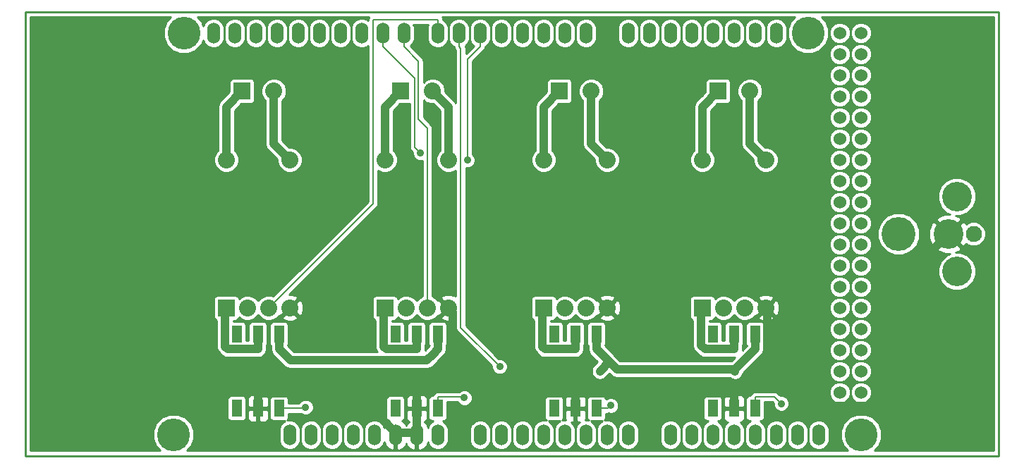
<source format=gbl>
G04 (created by PCBNEW-RS274X (2011-05-25)-stable) date Tue 18 Mar 2014 04:02:36 PM EDT*
G01*
G70*
G90*
%MOIN*%
G04 Gerber Fmt 3.4, Leading zero omitted, Abs format*
%FSLAX34Y34*%
G04 APERTURE LIST*
%ADD10C,0.006000*%
%ADD11C,0.009000*%
%ADD12C,0.155000*%
%ADD13O,0.060000X0.100000*%
%ADD14C,0.060000*%
%ADD15R,0.050000X0.080000*%
%ADD16C,0.076000*%
%ADD17C,0.140000*%
%ADD18C,0.160000*%
%ADD19R,0.080000X0.080000*%
%ADD20C,0.080000*%
%ADD21C,0.035000*%
%ADD22C,0.008000*%
%ADD23C,0.040000*%
%ADD24C,0.010000*%
G04 APERTURE END LIST*
G54D10*
G54D11*
X89500Y-51500D02*
X43500Y-51500D01*
X43500Y-30500D02*
X89500Y-30500D01*
X43500Y-30500D02*
X43500Y-51500D01*
X89500Y-51500D02*
X89500Y-30500D01*
G54D12*
X50500Y-50500D03*
X51000Y-31500D03*
X83000Y-50500D03*
X80500Y-31500D03*
G54D13*
X56000Y-50500D03*
X57000Y-50500D03*
X58000Y-50500D03*
X59000Y-50500D03*
X60000Y-50500D03*
X61000Y-50500D03*
X62000Y-50500D03*
X63000Y-50500D03*
X65000Y-50500D03*
X66000Y-50500D03*
X67000Y-50500D03*
X68000Y-50500D03*
X69000Y-50500D03*
X70000Y-50500D03*
X71000Y-50500D03*
X72000Y-50500D03*
X74000Y-50500D03*
X75000Y-50500D03*
X76000Y-50500D03*
X77000Y-50500D03*
X78000Y-50500D03*
X79000Y-50500D03*
X80000Y-50500D03*
X81000Y-50500D03*
X52400Y-31500D03*
X53400Y-31500D03*
X54400Y-31500D03*
X55400Y-31500D03*
X56400Y-31500D03*
X57400Y-31500D03*
X58400Y-31500D03*
X59400Y-31500D03*
X60400Y-31500D03*
X61400Y-31500D03*
X63000Y-31500D03*
X70000Y-31500D03*
X69000Y-31500D03*
X68000Y-31500D03*
X67000Y-31500D03*
X66000Y-31500D03*
X65000Y-31500D03*
X64000Y-31500D03*
X72000Y-31500D03*
X73000Y-31500D03*
X74000Y-31500D03*
X75000Y-31500D03*
X76000Y-31500D03*
X77000Y-31500D03*
X78000Y-31500D03*
X79000Y-31500D03*
G54D14*
X82000Y-31500D03*
X83000Y-31500D03*
X82000Y-32500D03*
X83000Y-32500D03*
X82000Y-33500D03*
X83000Y-33500D03*
X82000Y-34500D03*
X83000Y-34500D03*
X82000Y-35500D03*
X83000Y-35500D03*
X82000Y-36500D03*
X83000Y-36500D03*
X82000Y-37500D03*
X83000Y-37500D03*
X82000Y-38500D03*
X83000Y-38500D03*
X82000Y-39500D03*
X83000Y-39500D03*
X82000Y-40500D03*
X83000Y-40500D03*
X82000Y-41500D03*
X83000Y-41500D03*
X82000Y-42500D03*
X83000Y-42500D03*
X82000Y-43500D03*
X83000Y-43500D03*
X82000Y-44500D03*
X83000Y-44500D03*
X82000Y-45500D03*
X83000Y-45500D03*
X82000Y-46500D03*
X83000Y-46500D03*
X82000Y-47500D03*
X83000Y-47500D03*
X82000Y-48500D03*
X83000Y-48500D03*
G54D15*
X70500Y-49250D03*
X69500Y-49250D03*
X68500Y-49250D03*
X68500Y-45750D03*
X69500Y-45750D03*
X70500Y-45750D03*
X78000Y-49250D03*
X77000Y-49250D03*
X76000Y-49250D03*
X76000Y-45750D03*
X77000Y-45750D03*
X78000Y-45750D03*
G54D16*
X88320Y-41000D03*
G54D17*
X87140Y-41000D03*
G54D18*
X84780Y-41000D03*
G54D17*
X87530Y-39230D03*
X87530Y-42770D03*
G54D15*
X55500Y-49250D03*
X54500Y-49250D03*
X53500Y-49250D03*
X53500Y-45750D03*
X54500Y-45750D03*
X55500Y-45750D03*
X63000Y-49250D03*
X62000Y-49250D03*
X61000Y-49250D03*
X61000Y-45750D03*
X62000Y-45750D03*
X63000Y-45750D03*
G54D19*
X53000Y-44500D03*
G54D20*
X54000Y-44500D03*
X55000Y-44500D03*
X56000Y-44500D03*
X56000Y-37500D03*
X53000Y-37500D03*
G54D19*
X60500Y-44500D03*
G54D20*
X61500Y-44500D03*
X62500Y-44500D03*
X63500Y-44500D03*
X63500Y-37500D03*
X60500Y-37500D03*
G54D19*
X68000Y-44500D03*
G54D20*
X69000Y-44500D03*
X70000Y-44500D03*
X71000Y-44500D03*
X71000Y-37500D03*
X68000Y-37500D03*
G54D19*
X75500Y-44500D03*
G54D20*
X76500Y-44500D03*
X77500Y-44500D03*
X78500Y-44500D03*
X78500Y-37500D03*
X75500Y-37500D03*
G54D19*
X76250Y-34250D03*
G54D20*
X77750Y-34250D03*
G54D19*
X68750Y-34250D03*
G54D20*
X70250Y-34250D03*
G54D19*
X61250Y-34250D03*
G54D20*
X62750Y-34250D03*
G54D19*
X53750Y-34250D03*
G54D20*
X55250Y-34250D03*
G54D21*
X64401Y-37514D03*
X65920Y-47273D03*
X62180Y-37178D03*
X71176Y-49121D03*
X56750Y-49198D03*
X64250Y-48750D03*
X79234Y-49029D03*
X62756Y-46697D03*
X77047Y-47500D03*
X70653Y-47500D03*
G54D22*
X65000Y-31500D02*
X65000Y-32143D01*
X64402Y-37514D02*
X64401Y-37514D01*
X64402Y-32741D02*
X64402Y-37514D01*
X65000Y-32143D02*
X64402Y-32741D01*
X64081Y-32224D02*
X64000Y-32143D01*
X64081Y-45434D02*
X64081Y-32224D01*
X65920Y-47273D02*
X64081Y-45434D01*
X64000Y-31500D02*
X64000Y-32143D01*
G54D23*
X52946Y-44554D02*
X53000Y-44500D01*
X52946Y-46338D02*
X52946Y-44554D01*
X53061Y-46453D02*
X52946Y-46338D01*
X54500Y-46453D02*
X53061Y-46453D01*
X54500Y-45750D02*
X54500Y-46453D01*
X60446Y-44554D02*
X60500Y-44500D01*
X60446Y-46338D02*
X60446Y-44554D01*
X60561Y-46453D02*
X60446Y-46338D01*
X62000Y-46453D02*
X60561Y-46453D01*
X62000Y-45750D02*
X62000Y-46453D01*
X67946Y-44554D02*
X68000Y-44500D01*
X67946Y-46337D02*
X67946Y-44554D01*
X68062Y-46453D02*
X67946Y-46337D01*
X69500Y-46453D02*
X68062Y-46453D01*
X69500Y-45750D02*
X69500Y-46453D01*
X75447Y-44553D02*
X75500Y-44500D01*
X75447Y-46275D02*
X75447Y-44553D01*
X75625Y-46453D02*
X75447Y-46275D01*
X77000Y-46453D02*
X75625Y-46453D01*
X77000Y-45750D02*
X77000Y-46453D01*
X53000Y-35000D02*
X53000Y-37500D01*
X53750Y-34250D02*
X53000Y-35000D01*
X55250Y-36750D02*
X56000Y-37500D01*
X55250Y-34250D02*
X55250Y-36750D01*
X60500Y-35000D02*
X60500Y-37500D01*
X61250Y-34250D02*
X60500Y-35000D01*
X63500Y-35000D02*
X63500Y-37500D01*
X62750Y-34250D02*
X63500Y-35000D01*
X68000Y-35000D02*
X68000Y-37500D01*
X68750Y-34250D02*
X68000Y-35000D01*
X70250Y-36750D02*
X71000Y-37500D01*
X70250Y-34250D02*
X70250Y-36750D01*
X75500Y-35000D02*
X75500Y-37500D01*
X76250Y-34250D02*
X75500Y-35000D01*
X77750Y-36750D02*
X78500Y-37500D01*
X77750Y-34250D02*
X77750Y-36750D01*
G54D22*
X59965Y-30857D02*
X63000Y-30857D01*
X59944Y-30878D02*
X59965Y-30857D01*
X59944Y-39556D02*
X59944Y-30878D01*
X55000Y-44500D02*
X59944Y-39556D01*
X63000Y-31500D02*
X63000Y-30857D01*
X62083Y-32826D02*
X61400Y-32143D01*
X62083Y-35584D02*
X62083Y-32826D01*
X62500Y-36001D02*
X62083Y-35584D01*
X62500Y-44500D02*
X62500Y-36001D01*
X61400Y-31500D02*
X61400Y-32143D01*
X60400Y-31500D02*
X60400Y-32143D01*
X61899Y-36897D02*
X62180Y-37178D01*
X61899Y-33642D02*
X61899Y-36897D01*
X60400Y-32143D02*
X61899Y-33642D01*
G54D23*
X54500Y-49250D02*
X54500Y-48547D01*
X61000Y-50500D02*
X61000Y-50403D01*
X59144Y-48547D02*
X54500Y-48547D01*
X61000Y-50403D02*
X59144Y-48547D01*
X62000Y-50403D02*
X61000Y-50403D01*
X62000Y-50403D02*
X62000Y-50500D01*
X62000Y-50403D02*
X62000Y-49250D01*
X62000Y-49250D02*
X62000Y-48547D01*
X69500Y-49250D02*
X69500Y-48547D01*
X77000Y-48548D02*
X77000Y-49250D01*
X76999Y-48547D02*
X77000Y-48548D01*
X69500Y-48547D02*
X76999Y-48547D01*
X80706Y-49146D02*
X78554Y-46994D01*
X83584Y-49146D02*
X80706Y-49146D01*
X83700Y-49030D02*
X83584Y-49146D01*
X83700Y-44440D02*
X83700Y-49030D01*
X87140Y-41000D02*
X83700Y-44440D01*
X77000Y-48548D02*
X78554Y-46994D01*
X78554Y-44554D02*
X78500Y-44500D01*
X78554Y-46994D02*
X78554Y-44554D01*
X63695Y-44695D02*
X63695Y-46852D01*
X63500Y-44500D02*
X63695Y-44695D01*
X62000Y-48547D02*
X63695Y-46852D01*
X65390Y-48547D02*
X69500Y-48547D01*
X63695Y-46852D02*
X65390Y-48547D01*
G54D22*
X71047Y-49250D02*
X71176Y-49121D01*
X70500Y-49250D02*
X71047Y-49250D01*
X56698Y-49250D02*
X56750Y-49198D01*
X55500Y-49250D02*
X56698Y-49250D01*
X64207Y-48707D02*
X64250Y-48750D01*
X63000Y-48707D02*
X64207Y-48707D01*
X63000Y-49250D02*
X63000Y-48707D01*
X78912Y-48707D02*
X79234Y-49029D01*
X78000Y-48707D02*
X78912Y-48707D01*
X78000Y-49250D02*
X78000Y-48707D01*
G54D23*
X78000Y-45750D02*
X78000Y-46453D01*
X63000Y-45750D02*
X63000Y-46453D01*
X55500Y-45750D02*
X55500Y-46453D01*
X63000Y-46453D02*
X62756Y-46697D01*
X62473Y-46980D02*
X62756Y-46697D01*
X56027Y-46980D02*
X62473Y-46980D01*
X55500Y-46453D02*
X56027Y-46980D01*
X70500Y-45750D02*
X70500Y-46453D01*
X77047Y-47500D02*
X77047Y-47406D01*
X77047Y-47406D02*
X78000Y-46453D01*
X71100Y-47053D02*
X70653Y-47500D01*
X71453Y-47406D02*
X71100Y-47053D01*
X77047Y-47406D02*
X71453Y-47406D01*
X71100Y-47053D02*
X70500Y-46453D01*
G54D10*
G36*
X89255Y-51255D02*
X88900Y-51255D01*
X88900Y-41116D01*
X88900Y-40885D01*
X88812Y-40672D01*
X88649Y-40509D01*
X88436Y-40420D01*
X88430Y-40420D01*
X88430Y-39410D01*
X88430Y-39052D01*
X88293Y-38721D01*
X88041Y-38468D01*
X87710Y-38330D01*
X87352Y-38330D01*
X87021Y-38467D01*
X86768Y-38719D01*
X86630Y-39050D01*
X86630Y-39408D01*
X86767Y-39739D01*
X87019Y-39992D01*
X87199Y-40067D01*
X86943Y-40070D01*
X86623Y-40203D01*
X86549Y-40338D01*
X87140Y-40929D01*
X87731Y-40338D01*
X87657Y-40203D01*
X87473Y-40130D01*
X87708Y-40130D01*
X88039Y-39993D01*
X88292Y-39741D01*
X88430Y-39410D01*
X88430Y-40420D01*
X88205Y-40420D01*
X87992Y-40508D01*
X87960Y-40539D01*
X87937Y-40483D01*
X87802Y-40409D01*
X87211Y-41000D01*
X87802Y-41591D01*
X87937Y-41517D01*
X87959Y-41459D01*
X87991Y-41491D01*
X88204Y-41580D01*
X88435Y-41580D01*
X88648Y-41492D01*
X88811Y-41329D01*
X88900Y-41116D01*
X88900Y-51255D01*
X88430Y-51255D01*
X88430Y-42950D01*
X88430Y-42592D01*
X88293Y-42261D01*
X88041Y-42008D01*
X87710Y-41870D01*
X87481Y-41870D01*
X87657Y-41797D01*
X87731Y-41662D01*
X87140Y-41071D01*
X87069Y-41142D01*
X87069Y-41000D01*
X86478Y-40409D01*
X86343Y-40483D01*
X86206Y-40827D01*
X86210Y-41197D01*
X86343Y-41517D01*
X86478Y-41591D01*
X87069Y-41000D01*
X87069Y-41142D01*
X86549Y-41662D01*
X86623Y-41797D01*
X86967Y-41934D01*
X87203Y-41931D01*
X87021Y-42007D01*
X86768Y-42259D01*
X86630Y-42590D01*
X86630Y-42948D01*
X86767Y-43279D01*
X87019Y-43532D01*
X87350Y-43670D01*
X87708Y-43670D01*
X88039Y-43533D01*
X88292Y-43281D01*
X88430Y-42950D01*
X88430Y-51255D01*
X85780Y-51255D01*
X85780Y-41200D01*
X85780Y-40802D01*
X85628Y-40434D01*
X85347Y-40153D01*
X84980Y-40000D01*
X84582Y-40000D01*
X84214Y-40152D01*
X83933Y-40433D01*
X83780Y-40800D01*
X83780Y-41198D01*
X83932Y-41566D01*
X84213Y-41847D01*
X84580Y-42000D01*
X84978Y-42000D01*
X85346Y-41848D01*
X85627Y-41567D01*
X85780Y-41200D01*
X85780Y-51255D01*
X83623Y-51255D01*
X83826Y-51053D01*
X83975Y-50695D01*
X83975Y-50307D01*
X83827Y-49949D01*
X83553Y-49674D01*
X83499Y-49651D01*
X83499Y-48599D01*
X83499Y-48401D01*
X83499Y-47599D01*
X83499Y-47401D01*
X83499Y-46599D01*
X83499Y-46401D01*
X83499Y-45599D01*
X83499Y-45401D01*
X83499Y-44599D01*
X83499Y-44401D01*
X83499Y-43599D01*
X83499Y-43401D01*
X83499Y-42599D01*
X83499Y-42401D01*
X83499Y-41599D01*
X83499Y-41401D01*
X83499Y-40599D01*
X83499Y-40401D01*
X83499Y-39599D01*
X83499Y-39401D01*
X83499Y-38599D01*
X83499Y-38401D01*
X83499Y-37599D01*
X83499Y-37401D01*
X83499Y-36599D01*
X83499Y-36401D01*
X83499Y-35599D01*
X83499Y-35401D01*
X83499Y-34599D01*
X83499Y-34401D01*
X83499Y-33599D01*
X83499Y-33401D01*
X83499Y-32599D01*
X83499Y-32401D01*
X83499Y-31599D01*
X83499Y-31401D01*
X83423Y-31218D01*
X83283Y-31077D01*
X83099Y-31001D01*
X82901Y-31001D01*
X82718Y-31077D01*
X82577Y-31217D01*
X82501Y-31401D01*
X82501Y-31599D01*
X82577Y-31782D01*
X82717Y-31923D01*
X82901Y-31999D01*
X83099Y-31999D01*
X83282Y-31923D01*
X83423Y-31783D01*
X83499Y-31599D01*
X83499Y-32401D01*
X83423Y-32218D01*
X83283Y-32077D01*
X83099Y-32001D01*
X82901Y-32001D01*
X82718Y-32077D01*
X82577Y-32217D01*
X82501Y-32401D01*
X82501Y-32599D01*
X82577Y-32782D01*
X82717Y-32923D01*
X82901Y-32999D01*
X83099Y-32999D01*
X83282Y-32923D01*
X83423Y-32783D01*
X83499Y-32599D01*
X83499Y-33401D01*
X83423Y-33218D01*
X83283Y-33077D01*
X83099Y-33001D01*
X82901Y-33001D01*
X82718Y-33077D01*
X82577Y-33217D01*
X82501Y-33401D01*
X82501Y-33599D01*
X82577Y-33782D01*
X82717Y-33923D01*
X82901Y-33999D01*
X83099Y-33999D01*
X83282Y-33923D01*
X83423Y-33783D01*
X83499Y-33599D01*
X83499Y-34401D01*
X83423Y-34218D01*
X83283Y-34077D01*
X83099Y-34001D01*
X82901Y-34001D01*
X82718Y-34077D01*
X82577Y-34217D01*
X82501Y-34401D01*
X82501Y-34599D01*
X82577Y-34782D01*
X82717Y-34923D01*
X82901Y-34999D01*
X83099Y-34999D01*
X83282Y-34923D01*
X83423Y-34783D01*
X83499Y-34599D01*
X83499Y-35401D01*
X83423Y-35218D01*
X83283Y-35077D01*
X83099Y-35001D01*
X82901Y-35001D01*
X82718Y-35077D01*
X82577Y-35217D01*
X82501Y-35401D01*
X82501Y-35599D01*
X82577Y-35782D01*
X82717Y-35923D01*
X82901Y-35999D01*
X83099Y-35999D01*
X83282Y-35923D01*
X83423Y-35783D01*
X83499Y-35599D01*
X83499Y-36401D01*
X83423Y-36218D01*
X83283Y-36077D01*
X83099Y-36001D01*
X82901Y-36001D01*
X82718Y-36077D01*
X82577Y-36217D01*
X82501Y-36401D01*
X82501Y-36599D01*
X82577Y-36782D01*
X82717Y-36923D01*
X82901Y-36999D01*
X83099Y-36999D01*
X83282Y-36923D01*
X83423Y-36783D01*
X83499Y-36599D01*
X83499Y-37401D01*
X83423Y-37218D01*
X83283Y-37077D01*
X83099Y-37001D01*
X82901Y-37001D01*
X82718Y-37077D01*
X82577Y-37217D01*
X82501Y-37401D01*
X82501Y-37599D01*
X82577Y-37782D01*
X82717Y-37923D01*
X82901Y-37999D01*
X83099Y-37999D01*
X83282Y-37923D01*
X83423Y-37783D01*
X83499Y-37599D01*
X83499Y-38401D01*
X83423Y-38218D01*
X83283Y-38077D01*
X83099Y-38001D01*
X82901Y-38001D01*
X82718Y-38077D01*
X82577Y-38217D01*
X82501Y-38401D01*
X82501Y-38599D01*
X82577Y-38782D01*
X82717Y-38923D01*
X82901Y-38999D01*
X83099Y-38999D01*
X83282Y-38923D01*
X83423Y-38783D01*
X83499Y-38599D01*
X83499Y-39401D01*
X83423Y-39218D01*
X83283Y-39077D01*
X83099Y-39001D01*
X82901Y-39001D01*
X82718Y-39077D01*
X82577Y-39217D01*
X82501Y-39401D01*
X82501Y-39599D01*
X82577Y-39782D01*
X82717Y-39923D01*
X82901Y-39999D01*
X83099Y-39999D01*
X83282Y-39923D01*
X83423Y-39783D01*
X83499Y-39599D01*
X83499Y-40401D01*
X83423Y-40218D01*
X83283Y-40077D01*
X83099Y-40001D01*
X82901Y-40001D01*
X82718Y-40077D01*
X82577Y-40217D01*
X82501Y-40401D01*
X82501Y-40599D01*
X82577Y-40782D01*
X82717Y-40923D01*
X82901Y-40999D01*
X83099Y-40999D01*
X83282Y-40923D01*
X83423Y-40783D01*
X83499Y-40599D01*
X83499Y-41401D01*
X83423Y-41218D01*
X83283Y-41077D01*
X83099Y-41001D01*
X82901Y-41001D01*
X82718Y-41077D01*
X82577Y-41217D01*
X82501Y-41401D01*
X82501Y-41599D01*
X82577Y-41782D01*
X82717Y-41923D01*
X82901Y-41999D01*
X83099Y-41999D01*
X83282Y-41923D01*
X83423Y-41783D01*
X83499Y-41599D01*
X83499Y-42401D01*
X83423Y-42218D01*
X83283Y-42077D01*
X83099Y-42001D01*
X82901Y-42001D01*
X82718Y-42077D01*
X82577Y-42217D01*
X82501Y-42401D01*
X82501Y-42599D01*
X82577Y-42782D01*
X82717Y-42923D01*
X82901Y-42999D01*
X83099Y-42999D01*
X83282Y-42923D01*
X83423Y-42783D01*
X83499Y-42599D01*
X83499Y-43401D01*
X83423Y-43218D01*
X83283Y-43077D01*
X83099Y-43001D01*
X82901Y-43001D01*
X82718Y-43077D01*
X82577Y-43217D01*
X82501Y-43401D01*
X82501Y-43599D01*
X82577Y-43782D01*
X82717Y-43923D01*
X82901Y-43999D01*
X83099Y-43999D01*
X83282Y-43923D01*
X83423Y-43783D01*
X83499Y-43599D01*
X83499Y-44401D01*
X83423Y-44218D01*
X83283Y-44077D01*
X83099Y-44001D01*
X82901Y-44001D01*
X82718Y-44077D01*
X82577Y-44217D01*
X82501Y-44401D01*
X82501Y-44599D01*
X82577Y-44782D01*
X82717Y-44923D01*
X82901Y-44999D01*
X83099Y-44999D01*
X83282Y-44923D01*
X83423Y-44783D01*
X83499Y-44599D01*
X83499Y-45401D01*
X83423Y-45218D01*
X83283Y-45077D01*
X83099Y-45001D01*
X82901Y-45001D01*
X82718Y-45077D01*
X82577Y-45217D01*
X82501Y-45401D01*
X82501Y-45599D01*
X82577Y-45782D01*
X82717Y-45923D01*
X82901Y-45999D01*
X83099Y-45999D01*
X83282Y-45923D01*
X83423Y-45783D01*
X83499Y-45599D01*
X83499Y-46401D01*
X83423Y-46218D01*
X83283Y-46077D01*
X83099Y-46001D01*
X82901Y-46001D01*
X82718Y-46077D01*
X82577Y-46217D01*
X82501Y-46401D01*
X82501Y-46599D01*
X82577Y-46782D01*
X82717Y-46923D01*
X82901Y-46999D01*
X83099Y-46999D01*
X83282Y-46923D01*
X83423Y-46783D01*
X83499Y-46599D01*
X83499Y-47401D01*
X83423Y-47218D01*
X83283Y-47077D01*
X83099Y-47001D01*
X82901Y-47001D01*
X82718Y-47077D01*
X82577Y-47217D01*
X82501Y-47401D01*
X82501Y-47599D01*
X82577Y-47782D01*
X82717Y-47923D01*
X82901Y-47999D01*
X83099Y-47999D01*
X83282Y-47923D01*
X83423Y-47783D01*
X83499Y-47599D01*
X83499Y-48401D01*
X83423Y-48218D01*
X83283Y-48077D01*
X83099Y-48001D01*
X82901Y-48001D01*
X82718Y-48077D01*
X82577Y-48217D01*
X82501Y-48401D01*
X82501Y-48599D01*
X82577Y-48782D01*
X82717Y-48923D01*
X82901Y-48999D01*
X83099Y-48999D01*
X83282Y-48923D01*
X83423Y-48783D01*
X83499Y-48599D01*
X83499Y-49651D01*
X83195Y-49525D01*
X82807Y-49525D01*
X82499Y-49652D01*
X82499Y-48599D01*
X82499Y-48401D01*
X82499Y-47599D01*
X82499Y-47401D01*
X82499Y-46599D01*
X82499Y-46401D01*
X82499Y-45599D01*
X82499Y-45401D01*
X82499Y-44599D01*
X82499Y-44401D01*
X82499Y-43599D01*
X82499Y-43401D01*
X82499Y-42599D01*
X82499Y-42401D01*
X82499Y-41599D01*
X82499Y-41401D01*
X82499Y-40599D01*
X82499Y-40401D01*
X82499Y-39599D01*
X82499Y-39401D01*
X82499Y-38599D01*
X82499Y-38401D01*
X82499Y-37599D01*
X82499Y-37401D01*
X82499Y-36599D01*
X82499Y-36401D01*
X82499Y-35599D01*
X82499Y-35401D01*
X82499Y-34599D01*
X82499Y-34401D01*
X82499Y-33599D01*
X82499Y-33401D01*
X82499Y-32599D01*
X82499Y-32401D01*
X82499Y-31599D01*
X82499Y-31401D01*
X82423Y-31218D01*
X82283Y-31077D01*
X82099Y-31001D01*
X81901Y-31001D01*
X81718Y-31077D01*
X81577Y-31217D01*
X81501Y-31401D01*
X81501Y-31599D01*
X81577Y-31782D01*
X81717Y-31923D01*
X81901Y-31999D01*
X82099Y-31999D01*
X82282Y-31923D01*
X82423Y-31783D01*
X82499Y-31599D01*
X82499Y-32401D01*
X82423Y-32218D01*
X82283Y-32077D01*
X82099Y-32001D01*
X81901Y-32001D01*
X81718Y-32077D01*
X81577Y-32217D01*
X81501Y-32401D01*
X81501Y-32599D01*
X81577Y-32782D01*
X81717Y-32923D01*
X81901Y-32999D01*
X82099Y-32999D01*
X82282Y-32923D01*
X82423Y-32783D01*
X82499Y-32599D01*
X82499Y-33401D01*
X82423Y-33218D01*
X82283Y-33077D01*
X82099Y-33001D01*
X81901Y-33001D01*
X81718Y-33077D01*
X81577Y-33217D01*
X81501Y-33401D01*
X81501Y-33599D01*
X81577Y-33782D01*
X81717Y-33923D01*
X81901Y-33999D01*
X82099Y-33999D01*
X82282Y-33923D01*
X82423Y-33783D01*
X82499Y-33599D01*
X82499Y-34401D01*
X82423Y-34218D01*
X82283Y-34077D01*
X82099Y-34001D01*
X81901Y-34001D01*
X81718Y-34077D01*
X81577Y-34217D01*
X81501Y-34401D01*
X81501Y-34599D01*
X81577Y-34782D01*
X81717Y-34923D01*
X81901Y-34999D01*
X82099Y-34999D01*
X82282Y-34923D01*
X82423Y-34783D01*
X82499Y-34599D01*
X82499Y-35401D01*
X82423Y-35218D01*
X82283Y-35077D01*
X82099Y-35001D01*
X81901Y-35001D01*
X81718Y-35077D01*
X81577Y-35217D01*
X81501Y-35401D01*
X81501Y-35599D01*
X81577Y-35782D01*
X81717Y-35923D01*
X81901Y-35999D01*
X82099Y-35999D01*
X82282Y-35923D01*
X82423Y-35783D01*
X82499Y-35599D01*
X82499Y-36401D01*
X82423Y-36218D01*
X82283Y-36077D01*
X82099Y-36001D01*
X81901Y-36001D01*
X81718Y-36077D01*
X81577Y-36217D01*
X81501Y-36401D01*
X81501Y-36599D01*
X81577Y-36782D01*
X81717Y-36923D01*
X81901Y-36999D01*
X82099Y-36999D01*
X82282Y-36923D01*
X82423Y-36783D01*
X82499Y-36599D01*
X82499Y-37401D01*
X82423Y-37218D01*
X82283Y-37077D01*
X82099Y-37001D01*
X81901Y-37001D01*
X81718Y-37077D01*
X81577Y-37217D01*
X81501Y-37401D01*
X81501Y-37599D01*
X81577Y-37782D01*
X81717Y-37923D01*
X81901Y-37999D01*
X82099Y-37999D01*
X82282Y-37923D01*
X82423Y-37783D01*
X82499Y-37599D01*
X82499Y-38401D01*
X82423Y-38218D01*
X82283Y-38077D01*
X82099Y-38001D01*
X81901Y-38001D01*
X81718Y-38077D01*
X81577Y-38217D01*
X81501Y-38401D01*
X81501Y-38599D01*
X81577Y-38782D01*
X81717Y-38923D01*
X81901Y-38999D01*
X82099Y-38999D01*
X82282Y-38923D01*
X82423Y-38783D01*
X82499Y-38599D01*
X82499Y-39401D01*
X82423Y-39218D01*
X82283Y-39077D01*
X82099Y-39001D01*
X81901Y-39001D01*
X81718Y-39077D01*
X81577Y-39217D01*
X81501Y-39401D01*
X81501Y-39599D01*
X81577Y-39782D01*
X81717Y-39923D01*
X81901Y-39999D01*
X82099Y-39999D01*
X82282Y-39923D01*
X82423Y-39783D01*
X82499Y-39599D01*
X82499Y-40401D01*
X82423Y-40218D01*
X82283Y-40077D01*
X82099Y-40001D01*
X81901Y-40001D01*
X81718Y-40077D01*
X81577Y-40217D01*
X81501Y-40401D01*
X81501Y-40599D01*
X81577Y-40782D01*
X81717Y-40923D01*
X81901Y-40999D01*
X82099Y-40999D01*
X82282Y-40923D01*
X82423Y-40783D01*
X82499Y-40599D01*
X82499Y-41401D01*
X82423Y-41218D01*
X82283Y-41077D01*
X82099Y-41001D01*
X81901Y-41001D01*
X81718Y-41077D01*
X81577Y-41217D01*
X81501Y-41401D01*
X81501Y-41599D01*
X81577Y-41782D01*
X81717Y-41923D01*
X81901Y-41999D01*
X82099Y-41999D01*
X82282Y-41923D01*
X82423Y-41783D01*
X82499Y-41599D01*
X82499Y-42401D01*
X82423Y-42218D01*
X82283Y-42077D01*
X82099Y-42001D01*
X81901Y-42001D01*
X81718Y-42077D01*
X81577Y-42217D01*
X81501Y-42401D01*
X81501Y-42599D01*
X81577Y-42782D01*
X81717Y-42923D01*
X81901Y-42999D01*
X82099Y-42999D01*
X82282Y-42923D01*
X82423Y-42783D01*
X82499Y-42599D01*
X82499Y-43401D01*
X82423Y-43218D01*
X82283Y-43077D01*
X82099Y-43001D01*
X81901Y-43001D01*
X81718Y-43077D01*
X81577Y-43217D01*
X81501Y-43401D01*
X81501Y-43599D01*
X81577Y-43782D01*
X81717Y-43923D01*
X81901Y-43999D01*
X82099Y-43999D01*
X82282Y-43923D01*
X82423Y-43783D01*
X82499Y-43599D01*
X82499Y-44401D01*
X82423Y-44218D01*
X82283Y-44077D01*
X82099Y-44001D01*
X81901Y-44001D01*
X81718Y-44077D01*
X81577Y-44217D01*
X81501Y-44401D01*
X81501Y-44599D01*
X81577Y-44782D01*
X81717Y-44923D01*
X81901Y-44999D01*
X82099Y-44999D01*
X82282Y-44923D01*
X82423Y-44783D01*
X82499Y-44599D01*
X82499Y-45401D01*
X82423Y-45218D01*
X82283Y-45077D01*
X82099Y-45001D01*
X81901Y-45001D01*
X81718Y-45077D01*
X81577Y-45217D01*
X81501Y-45401D01*
X81501Y-45599D01*
X81577Y-45782D01*
X81717Y-45923D01*
X81901Y-45999D01*
X82099Y-45999D01*
X82282Y-45923D01*
X82423Y-45783D01*
X82499Y-45599D01*
X82499Y-46401D01*
X82423Y-46218D01*
X82283Y-46077D01*
X82099Y-46001D01*
X81901Y-46001D01*
X81718Y-46077D01*
X81577Y-46217D01*
X81501Y-46401D01*
X81501Y-46599D01*
X81577Y-46782D01*
X81717Y-46923D01*
X81901Y-46999D01*
X82099Y-46999D01*
X82282Y-46923D01*
X82423Y-46783D01*
X82499Y-46599D01*
X82499Y-47401D01*
X82423Y-47218D01*
X82283Y-47077D01*
X82099Y-47001D01*
X81901Y-47001D01*
X81718Y-47077D01*
X81577Y-47217D01*
X81501Y-47401D01*
X81501Y-47599D01*
X81577Y-47782D01*
X81717Y-47923D01*
X81901Y-47999D01*
X82099Y-47999D01*
X82282Y-47923D01*
X82423Y-47783D01*
X82499Y-47599D01*
X82499Y-48401D01*
X82423Y-48218D01*
X82283Y-48077D01*
X82099Y-48001D01*
X81901Y-48001D01*
X81718Y-48077D01*
X81577Y-48217D01*
X81501Y-48401D01*
X81501Y-48599D01*
X81577Y-48782D01*
X81717Y-48923D01*
X81901Y-48999D01*
X82099Y-48999D01*
X82282Y-48923D01*
X82423Y-48783D01*
X82499Y-48599D01*
X82499Y-49652D01*
X82449Y-49673D01*
X82174Y-49947D01*
X82025Y-50305D01*
X82025Y-50693D01*
X82173Y-51051D01*
X82376Y-51255D01*
X81490Y-51255D01*
X81490Y-50811D01*
X81490Y-50616D01*
X81490Y-50190D01*
X81416Y-50010D01*
X81278Y-49872D01*
X81098Y-49797D01*
X80903Y-49797D01*
X80723Y-49871D01*
X80585Y-50009D01*
X80510Y-50189D01*
X80510Y-50384D01*
X80510Y-50810D01*
X80584Y-50990D01*
X80722Y-51128D01*
X80902Y-51203D01*
X81097Y-51203D01*
X81277Y-51129D01*
X81415Y-50991D01*
X81490Y-50811D01*
X81490Y-51255D01*
X80490Y-51255D01*
X80490Y-50811D01*
X80490Y-50616D01*
X80490Y-50190D01*
X80416Y-50010D01*
X80278Y-49872D01*
X80098Y-49797D01*
X79903Y-49797D01*
X79723Y-49871D01*
X79609Y-49985D01*
X79609Y-49104D01*
X79609Y-48955D01*
X79552Y-48817D01*
X79490Y-48755D01*
X79490Y-31811D01*
X79490Y-31616D01*
X79490Y-31190D01*
X79416Y-31010D01*
X79278Y-30872D01*
X79098Y-30797D01*
X78903Y-30797D01*
X78723Y-30871D01*
X78585Y-31009D01*
X78510Y-31189D01*
X78510Y-31384D01*
X78510Y-31810D01*
X78584Y-31990D01*
X78722Y-32128D01*
X78902Y-32203D01*
X79097Y-32203D01*
X79277Y-32129D01*
X79415Y-31991D01*
X79490Y-31811D01*
X79490Y-48755D01*
X79447Y-48712D01*
X79309Y-48654D01*
X79198Y-48654D01*
X79141Y-48596D01*
X79141Y-44603D01*
X79131Y-44349D01*
X79099Y-44270D01*
X79099Y-37619D01*
X79099Y-37381D01*
X79008Y-37161D01*
X78839Y-36992D01*
X78619Y-36901D01*
X78490Y-36901D01*
X78490Y-31811D01*
X78490Y-31616D01*
X78490Y-31190D01*
X78416Y-31010D01*
X78278Y-30872D01*
X78098Y-30797D01*
X77903Y-30797D01*
X77723Y-30871D01*
X77585Y-31009D01*
X77510Y-31189D01*
X77510Y-31384D01*
X77510Y-31810D01*
X77584Y-31990D01*
X77722Y-32128D01*
X77902Y-32203D01*
X78097Y-32203D01*
X78277Y-32129D01*
X78415Y-31991D01*
X78490Y-31811D01*
X78490Y-36901D01*
X78466Y-36901D01*
X78150Y-36584D01*
X78150Y-34697D01*
X78258Y-34589D01*
X78349Y-34369D01*
X78349Y-34131D01*
X78258Y-33911D01*
X78089Y-33742D01*
X77869Y-33651D01*
X77631Y-33651D01*
X77490Y-33709D01*
X77490Y-31811D01*
X77490Y-31616D01*
X77490Y-31190D01*
X77416Y-31010D01*
X77278Y-30872D01*
X77098Y-30797D01*
X76903Y-30797D01*
X76723Y-30871D01*
X76585Y-31009D01*
X76510Y-31189D01*
X76510Y-31384D01*
X76510Y-31810D01*
X76584Y-31990D01*
X76722Y-32128D01*
X76902Y-32203D01*
X77097Y-32203D01*
X77277Y-32129D01*
X77415Y-31991D01*
X77490Y-31811D01*
X77490Y-33709D01*
X77411Y-33742D01*
X77242Y-33911D01*
X77151Y-34131D01*
X77151Y-34369D01*
X77242Y-34589D01*
X77350Y-34697D01*
X77350Y-36750D01*
X77380Y-36903D01*
X77467Y-37033D01*
X77901Y-37466D01*
X77901Y-37619D01*
X77992Y-37839D01*
X78161Y-38008D01*
X78381Y-38099D01*
X78619Y-38099D01*
X78839Y-38008D01*
X79008Y-37839D01*
X79099Y-37619D01*
X79099Y-44270D01*
X79054Y-44160D01*
X78949Y-44122D01*
X78878Y-44193D01*
X78878Y-44051D01*
X78840Y-43946D01*
X78603Y-43859D01*
X78349Y-43869D01*
X78160Y-43946D01*
X78122Y-44051D01*
X78500Y-44429D01*
X78878Y-44051D01*
X78878Y-44193D01*
X78571Y-44500D01*
X78949Y-44878D01*
X79054Y-44840D01*
X79141Y-44603D01*
X79141Y-48596D01*
X79082Y-48537D01*
X79004Y-48485D01*
X78912Y-48467D01*
X78878Y-48467D01*
X78878Y-44949D01*
X78500Y-44571D01*
X78122Y-44949D01*
X78160Y-45054D01*
X78397Y-45141D01*
X78651Y-45131D01*
X78840Y-45054D01*
X78878Y-44949D01*
X78878Y-48467D01*
X78449Y-48467D01*
X78449Y-46190D01*
X78449Y-46111D01*
X78449Y-45311D01*
X78419Y-45238D01*
X78363Y-45182D01*
X78290Y-45151D01*
X78211Y-45151D01*
X77711Y-45151D01*
X77638Y-45181D01*
X77582Y-45237D01*
X77551Y-45310D01*
X77551Y-45389D01*
X77551Y-46189D01*
X77581Y-46262D01*
X77600Y-46281D01*
X77600Y-46287D01*
X77391Y-46496D01*
X77400Y-46453D01*
X77400Y-46281D01*
X77418Y-46263D01*
X77449Y-46190D01*
X77449Y-46111D01*
X77449Y-45311D01*
X77419Y-45238D01*
X77363Y-45182D01*
X77290Y-45151D01*
X77211Y-45151D01*
X76711Y-45151D01*
X76638Y-45181D01*
X76582Y-45237D01*
X76551Y-45310D01*
X76551Y-45389D01*
X76551Y-46053D01*
X76449Y-46053D01*
X76449Y-45311D01*
X76419Y-45238D01*
X76363Y-45182D01*
X76290Y-45151D01*
X76211Y-45151D01*
X75847Y-45151D01*
X75847Y-45099D01*
X75939Y-45099D01*
X76012Y-45069D01*
X76068Y-45013D01*
X76097Y-44944D01*
X76161Y-45008D01*
X76381Y-45099D01*
X76619Y-45099D01*
X76839Y-45008D01*
X77000Y-44847D01*
X77161Y-45008D01*
X77381Y-45099D01*
X77619Y-45099D01*
X77839Y-45008D01*
X77990Y-44856D01*
X78051Y-44878D01*
X78429Y-44500D01*
X78051Y-44122D01*
X77990Y-44143D01*
X77839Y-43992D01*
X77619Y-43901D01*
X77381Y-43901D01*
X77161Y-43992D01*
X77000Y-44153D01*
X76849Y-44002D01*
X76849Y-34690D01*
X76849Y-34611D01*
X76849Y-33811D01*
X76819Y-33738D01*
X76763Y-33682D01*
X76690Y-33651D01*
X76611Y-33651D01*
X76490Y-33651D01*
X76490Y-31811D01*
X76490Y-31616D01*
X76490Y-31190D01*
X76416Y-31010D01*
X76278Y-30872D01*
X76098Y-30797D01*
X75903Y-30797D01*
X75723Y-30871D01*
X75585Y-31009D01*
X75510Y-31189D01*
X75510Y-31384D01*
X75510Y-31810D01*
X75584Y-31990D01*
X75722Y-32128D01*
X75902Y-32203D01*
X76097Y-32203D01*
X76277Y-32129D01*
X76415Y-31991D01*
X76490Y-31811D01*
X76490Y-33651D01*
X75811Y-33651D01*
X75738Y-33681D01*
X75682Y-33737D01*
X75651Y-33810D01*
X75651Y-33889D01*
X75651Y-34283D01*
X75490Y-34444D01*
X75490Y-31811D01*
X75490Y-31616D01*
X75490Y-31190D01*
X75416Y-31010D01*
X75278Y-30872D01*
X75098Y-30797D01*
X74903Y-30797D01*
X74723Y-30871D01*
X74585Y-31009D01*
X74510Y-31189D01*
X74510Y-31384D01*
X74510Y-31810D01*
X74584Y-31990D01*
X74722Y-32128D01*
X74902Y-32203D01*
X75097Y-32203D01*
X75277Y-32129D01*
X75415Y-31991D01*
X75490Y-31811D01*
X75490Y-34444D01*
X75217Y-34717D01*
X75130Y-34847D01*
X75100Y-35000D01*
X75100Y-37053D01*
X74992Y-37161D01*
X74901Y-37381D01*
X74901Y-37619D01*
X74992Y-37839D01*
X75161Y-38008D01*
X75381Y-38099D01*
X75619Y-38099D01*
X75839Y-38008D01*
X76008Y-37839D01*
X76099Y-37619D01*
X76099Y-37381D01*
X76008Y-37161D01*
X75900Y-37053D01*
X75900Y-35165D01*
X76216Y-34849D01*
X76689Y-34849D01*
X76762Y-34819D01*
X76818Y-34763D01*
X76849Y-34690D01*
X76849Y-44002D01*
X76839Y-43992D01*
X76619Y-43901D01*
X76381Y-43901D01*
X76161Y-43992D01*
X76096Y-44056D01*
X76069Y-43988D01*
X76013Y-43932D01*
X75940Y-43901D01*
X75861Y-43901D01*
X75061Y-43901D01*
X74988Y-43931D01*
X74932Y-43987D01*
X74901Y-44060D01*
X74901Y-44139D01*
X74901Y-44939D01*
X74931Y-45012D01*
X74987Y-45068D01*
X75047Y-45093D01*
X75047Y-46275D01*
X75077Y-46428D01*
X75164Y-46558D01*
X75339Y-46733D01*
X75342Y-46736D01*
X75471Y-46822D01*
X75472Y-46823D01*
X75594Y-46846D01*
X75624Y-46853D01*
X75624Y-46852D01*
X75625Y-46853D01*
X77000Y-46853D01*
X77042Y-46844D01*
X76881Y-47006D01*
X74490Y-47006D01*
X74490Y-31811D01*
X74490Y-31616D01*
X74490Y-31190D01*
X74416Y-31010D01*
X74278Y-30872D01*
X74098Y-30797D01*
X73903Y-30797D01*
X73723Y-30871D01*
X73585Y-31009D01*
X73510Y-31189D01*
X73510Y-31384D01*
X73510Y-31810D01*
X73584Y-31990D01*
X73722Y-32128D01*
X73902Y-32203D01*
X74097Y-32203D01*
X74277Y-32129D01*
X74415Y-31991D01*
X74490Y-31811D01*
X74490Y-47006D01*
X73490Y-47006D01*
X73490Y-31811D01*
X73490Y-31616D01*
X73490Y-31190D01*
X73416Y-31010D01*
X73278Y-30872D01*
X73098Y-30797D01*
X72903Y-30797D01*
X72723Y-30871D01*
X72585Y-31009D01*
X72510Y-31189D01*
X72510Y-31384D01*
X72510Y-31810D01*
X72584Y-31990D01*
X72722Y-32128D01*
X72902Y-32203D01*
X73097Y-32203D01*
X73277Y-32129D01*
X73415Y-31991D01*
X73490Y-31811D01*
X73490Y-47006D01*
X72490Y-47006D01*
X72490Y-31811D01*
X72490Y-31616D01*
X72490Y-31190D01*
X72416Y-31010D01*
X72278Y-30872D01*
X72098Y-30797D01*
X71903Y-30797D01*
X71723Y-30871D01*
X71585Y-31009D01*
X71510Y-31189D01*
X71510Y-31384D01*
X71510Y-31810D01*
X71584Y-31990D01*
X71722Y-32128D01*
X71902Y-32203D01*
X72097Y-32203D01*
X72277Y-32129D01*
X72415Y-31991D01*
X72490Y-31811D01*
X72490Y-47006D01*
X71641Y-47006D01*
X71641Y-44603D01*
X71631Y-44349D01*
X71599Y-44270D01*
X71599Y-37619D01*
X71599Y-37381D01*
X71508Y-37161D01*
X71339Y-36992D01*
X71119Y-36901D01*
X70966Y-36901D01*
X70650Y-36584D01*
X70650Y-34697D01*
X70758Y-34589D01*
X70849Y-34369D01*
X70849Y-34131D01*
X70758Y-33911D01*
X70589Y-33742D01*
X70490Y-33701D01*
X70490Y-31811D01*
X70490Y-31616D01*
X70490Y-31190D01*
X70416Y-31010D01*
X70278Y-30872D01*
X70098Y-30797D01*
X69903Y-30797D01*
X69723Y-30871D01*
X69585Y-31009D01*
X69510Y-31189D01*
X69510Y-31384D01*
X69510Y-31810D01*
X69584Y-31990D01*
X69722Y-32128D01*
X69902Y-32203D01*
X70097Y-32203D01*
X70277Y-32129D01*
X70415Y-31991D01*
X70490Y-31811D01*
X70490Y-33701D01*
X70369Y-33651D01*
X70131Y-33651D01*
X69911Y-33742D01*
X69742Y-33911D01*
X69651Y-34131D01*
X69651Y-34369D01*
X69742Y-34589D01*
X69850Y-34697D01*
X69850Y-36750D01*
X69880Y-36903D01*
X69967Y-37033D01*
X70401Y-37466D01*
X70401Y-37619D01*
X70492Y-37839D01*
X70661Y-38008D01*
X70881Y-38099D01*
X71119Y-38099D01*
X71339Y-38008D01*
X71508Y-37839D01*
X71599Y-37619D01*
X71599Y-44270D01*
X71554Y-44160D01*
X71449Y-44122D01*
X71378Y-44193D01*
X71378Y-44051D01*
X71340Y-43946D01*
X71103Y-43859D01*
X70849Y-43869D01*
X70660Y-43946D01*
X70622Y-44051D01*
X71000Y-44429D01*
X71378Y-44051D01*
X71378Y-44193D01*
X71071Y-44500D01*
X71449Y-44878D01*
X71554Y-44840D01*
X71641Y-44603D01*
X71641Y-47006D01*
X71619Y-47006D01*
X71383Y-46770D01*
X71379Y-46767D01*
X71378Y-46765D01*
X71378Y-44949D01*
X71000Y-44571D01*
X70929Y-44642D01*
X70929Y-44500D01*
X70551Y-44122D01*
X70490Y-44143D01*
X70339Y-43992D01*
X70119Y-43901D01*
X69881Y-43901D01*
X69661Y-43992D01*
X69500Y-44153D01*
X69490Y-44143D01*
X69490Y-31811D01*
X69490Y-31616D01*
X69490Y-31190D01*
X69416Y-31010D01*
X69278Y-30872D01*
X69098Y-30797D01*
X68903Y-30797D01*
X68723Y-30871D01*
X68585Y-31009D01*
X68510Y-31189D01*
X68510Y-31384D01*
X68510Y-31810D01*
X68584Y-31990D01*
X68722Y-32128D01*
X68902Y-32203D01*
X69097Y-32203D01*
X69277Y-32129D01*
X69415Y-31991D01*
X69490Y-31811D01*
X69490Y-44143D01*
X69349Y-44002D01*
X69349Y-34690D01*
X69349Y-34611D01*
X69349Y-33811D01*
X69319Y-33738D01*
X69263Y-33682D01*
X69190Y-33651D01*
X69111Y-33651D01*
X68490Y-33651D01*
X68490Y-31811D01*
X68490Y-31616D01*
X68490Y-31190D01*
X68416Y-31010D01*
X68278Y-30872D01*
X68098Y-30797D01*
X67903Y-30797D01*
X67723Y-30871D01*
X67585Y-31009D01*
X67510Y-31189D01*
X67510Y-31384D01*
X67510Y-31810D01*
X67584Y-31990D01*
X67722Y-32128D01*
X67902Y-32203D01*
X68097Y-32203D01*
X68277Y-32129D01*
X68415Y-31991D01*
X68490Y-31811D01*
X68490Y-33651D01*
X68311Y-33651D01*
X68238Y-33681D01*
X68182Y-33737D01*
X68151Y-33810D01*
X68151Y-33889D01*
X68151Y-34283D01*
X67717Y-34717D01*
X67630Y-34847D01*
X67600Y-35000D01*
X67600Y-37053D01*
X67492Y-37161D01*
X67490Y-37165D01*
X67490Y-31811D01*
X67490Y-31616D01*
X67490Y-31190D01*
X67416Y-31010D01*
X67278Y-30872D01*
X67098Y-30797D01*
X66903Y-30797D01*
X66723Y-30871D01*
X66585Y-31009D01*
X66510Y-31189D01*
X66510Y-31384D01*
X66510Y-31810D01*
X66584Y-31990D01*
X66722Y-32128D01*
X66902Y-32203D01*
X67097Y-32203D01*
X67277Y-32129D01*
X67415Y-31991D01*
X67490Y-31811D01*
X67490Y-37165D01*
X67401Y-37381D01*
X67401Y-37619D01*
X67492Y-37839D01*
X67661Y-38008D01*
X67881Y-38099D01*
X68119Y-38099D01*
X68339Y-38008D01*
X68508Y-37839D01*
X68599Y-37619D01*
X68599Y-37381D01*
X68508Y-37161D01*
X68400Y-37053D01*
X68400Y-35165D01*
X68716Y-34849D01*
X69189Y-34849D01*
X69262Y-34819D01*
X69318Y-34763D01*
X69349Y-34690D01*
X69349Y-44002D01*
X69339Y-43992D01*
X69119Y-43901D01*
X68881Y-43901D01*
X68661Y-43992D01*
X68596Y-44056D01*
X68569Y-43988D01*
X68513Y-43932D01*
X68440Y-43901D01*
X68361Y-43901D01*
X67561Y-43901D01*
X67488Y-43931D01*
X67432Y-43987D01*
X67401Y-44060D01*
X67401Y-44139D01*
X67401Y-44939D01*
X67431Y-45012D01*
X67487Y-45068D01*
X67546Y-45093D01*
X67546Y-46337D01*
X67576Y-46490D01*
X67663Y-46620D01*
X67779Y-46736D01*
X67909Y-46823D01*
X68062Y-46853D01*
X69500Y-46853D01*
X69653Y-46823D01*
X69783Y-46736D01*
X69870Y-46606D01*
X69900Y-46453D01*
X69900Y-46281D01*
X69918Y-46263D01*
X69949Y-46190D01*
X69949Y-46111D01*
X69949Y-45311D01*
X69919Y-45238D01*
X69863Y-45182D01*
X69790Y-45151D01*
X69711Y-45151D01*
X69211Y-45151D01*
X69138Y-45181D01*
X69082Y-45237D01*
X69051Y-45310D01*
X69051Y-45389D01*
X69051Y-46053D01*
X68949Y-46053D01*
X68949Y-45311D01*
X68919Y-45238D01*
X68863Y-45182D01*
X68790Y-45151D01*
X68711Y-45151D01*
X68346Y-45151D01*
X68346Y-45099D01*
X68439Y-45099D01*
X68512Y-45069D01*
X68568Y-45013D01*
X68597Y-44944D01*
X68661Y-45008D01*
X68881Y-45099D01*
X69119Y-45099D01*
X69339Y-45008D01*
X69500Y-44847D01*
X69661Y-45008D01*
X69881Y-45099D01*
X70119Y-45099D01*
X70339Y-45008D01*
X70490Y-44856D01*
X70551Y-44878D01*
X70929Y-44500D01*
X70929Y-44642D01*
X70622Y-44949D01*
X70660Y-45054D01*
X70897Y-45141D01*
X71151Y-45131D01*
X71340Y-45054D01*
X71378Y-44949D01*
X71378Y-46765D01*
X70900Y-46287D01*
X70900Y-46281D01*
X70918Y-46263D01*
X70949Y-46190D01*
X70949Y-46111D01*
X70949Y-45311D01*
X70919Y-45238D01*
X70863Y-45182D01*
X70790Y-45151D01*
X70711Y-45151D01*
X70211Y-45151D01*
X70138Y-45181D01*
X70082Y-45237D01*
X70051Y-45310D01*
X70051Y-45389D01*
X70051Y-46189D01*
X70081Y-46262D01*
X70100Y-46281D01*
X70100Y-46453D01*
X70130Y-46606D01*
X70217Y-46736D01*
X70534Y-47052D01*
X70370Y-47217D01*
X70283Y-47347D01*
X70253Y-47500D01*
X70283Y-47653D01*
X70370Y-47783D01*
X70500Y-47870D01*
X70653Y-47900D01*
X70806Y-47870D01*
X70936Y-47783D01*
X71100Y-47619D01*
X71170Y-47689D01*
X71299Y-47776D01*
X71300Y-47776D01*
X71453Y-47806D01*
X76798Y-47806D01*
X76894Y-47870D01*
X77047Y-47900D01*
X77200Y-47870D01*
X77330Y-47783D01*
X77417Y-47653D01*
X77429Y-47589D01*
X78279Y-46738D01*
X78282Y-46736D01*
X78283Y-46736D01*
X78369Y-46607D01*
X78370Y-46606D01*
X78393Y-46484D01*
X78400Y-46454D01*
X78399Y-46453D01*
X78400Y-46453D01*
X78400Y-46281D01*
X78418Y-46263D01*
X78449Y-46190D01*
X78449Y-48467D01*
X78000Y-48467D01*
X77908Y-48485D01*
X77830Y-48537D01*
X77778Y-48615D01*
X77770Y-48651D01*
X77711Y-48651D01*
X77638Y-48681D01*
X77582Y-48737D01*
X77551Y-48810D01*
X77551Y-48889D01*
X77551Y-49689D01*
X77581Y-49762D01*
X77637Y-49818D01*
X77710Y-49849D01*
X77776Y-49849D01*
X77723Y-49871D01*
X77585Y-50009D01*
X77510Y-50189D01*
X77510Y-50384D01*
X77510Y-50810D01*
X77584Y-50990D01*
X77722Y-51128D01*
X77902Y-51203D01*
X78097Y-51203D01*
X78277Y-51129D01*
X78415Y-50991D01*
X78490Y-50811D01*
X78490Y-50616D01*
X78490Y-50190D01*
X78416Y-50010D01*
X78278Y-49872D01*
X78222Y-49849D01*
X78289Y-49849D01*
X78362Y-49819D01*
X78418Y-49763D01*
X78449Y-49690D01*
X78449Y-49611D01*
X78449Y-48947D01*
X78812Y-48947D01*
X78859Y-48993D01*
X78859Y-49103D01*
X78916Y-49241D01*
X79021Y-49346D01*
X79159Y-49404D01*
X79308Y-49404D01*
X79446Y-49347D01*
X79551Y-49242D01*
X79609Y-49104D01*
X79609Y-49985D01*
X79585Y-50009D01*
X79510Y-50189D01*
X79510Y-50384D01*
X79510Y-50810D01*
X79584Y-50990D01*
X79722Y-51128D01*
X79902Y-51203D01*
X80097Y-51203D01*
X80277Y-51129D01*
X80415Y-50991D01*
X80490Y-50811D01*
X80490Y-51255D01*
X79490Y-51255D01*
X79490Y-50811D01*
X79490Y-50616D01*
X79490Y-50190D01*
X79416Y-50010D01*
X79278Y-49872D01*
X79098Y-49797D01*
X78903Y-49797D01*
X78723Y-49871D01*
X78585Y-50009D01*
X78510Y-50189D01*
X78510Y-50384D01*
X78510Y-50810D01*
X78584Y-50990D01*
X78722Y-51128D01*
X78902Y-51203D01*
X79097Y-51203D01*
X79277Y-51129D01*
X79415Y-50991D01*
X79490Y-50811D01*
X79490Y-51255D01*
X77500Y-51255D01*
X77500Y-49362D01*
X77500Y-49138D01*
X77499Y-48801D01*
X77461Y-48709D01*
X77391Y-48639D01*
X77300Y-48601D01*
X77201Y-48601D01*
X77112Y-48600D01*
X77050Y-48662D01*
X77050Y-49200D01*
X77438Y-49200D01*
X77500Y-49138D01*
X77500Y-49362D01*
X77438Y-49300D01*
X77100Y-49300D01*
X77050Y-49300D01*
X76950Y-49300D01*
X76950Y-49200D01*
X76950Y-48662D01*
X76888Y-48600D01*
X76799Y-48601D01*
X76700Y-48601D01*
X76609Y-48639D01*
X76539Y-48709D01*
X76501Y-48801D01*
X76500Y-49138D01*
X76562Y-49200D01*
X76950Y-49200D01*
X76950Y-49300D01*
X76900Y-49300D01*
X76562Y-49300D01*
X76500Y-49362D01*
X76501Y-49699D01*
X76539Y-49791D01*
X76609Y-49861D01*
X76696Y-49897D01*
X76585Y-50009D01*
X76510Y-50189D01*
X76510Y-50384D01*
X76510Y-50810D01*
X76584Y-50990D01*
X76722Y-51128D01*
X76902Y-51203D01*
X77097Y-51203D01*
X77277Y-51129D01*
X77415Y-50991D01*
X77490Y-50811D01*
X77490Y-50616D01*
X77490Y-50190D01*
X77416Y-50010D01*
X77303Y-49897D01*
X77391Y-49861D01*
X77461Y-49791D01*
X77499Y-49699D01*
X77500Y-49362D01*
X77500Y-51255D01*
X76490Y-51255D01*
X76490Y-50811D01*
X76490Y-50616D01*
X76490Y-50190D01*
X76416Y-50010D01*
X76278Y-49872D01*
X76222Y-49849D01*
X76289Y-49849D01*
X76362Y-49819D01*
X76418Y-49763D01*
X76449Y-49690D01*
X76449Y-49611D01*
X76449Y-48811D01*
X76419Y-48738D01*
X76363Y-48682D01*
X76290Y-48651D01*
X76211Y-48651D01*
X75711Y-48651D01*
X75638Y-48681D01*
X75582Y-48737D01*
X75551Y-48810D01*
X75551Y-48889D01*
X75551Y-49689D01*
X75581Y-49762D01*
X75637Y-49818D01*
X75710Y-49849D01*
X75776Y-49849D01*
X75723Y-49871D01*
X75585Y-50009D01*
X75510Y-50189D01*
X75510Y-50384D01*
X75510Y-50810D01*
X75584Y-50990D01*
X75722Y-51128D01*
X75902Y-51203D01*
X76097Y-51203D01*
X76277Y-51129D01*
X76415Y-50991D01*
X76490Y-50811D01*
X76490Y-51255D01*
X75490Y-51255D01*
X75490Y-50811D01*
X75490Y-50616D01*
X75490Y-50190D01*
X75416Y-50010D01*
X75278Y-49872D01*
X75098Y-49797D01*
X74903Y-49797D01*
X74723Y-49871D01*
X74585Y-50009D01*
X74510Y-50189D01*
X74510Y-50384D01*
X74510Y-50810D01*
X74584Y-50990D01*
X74722Y-51128D01*
X74902Y-51203D01*
X75097Y-51203D01*
X75277Y-51129D01*
X75415Y-50991D01*
X75490Y-50811D01*
X75490Y-51255D01*
X74490Y-51255D01*
X74490Y-50811D01*
X74490Y-50616D01*
X74490Y-50190D01*
X74416Y-50010D01*
X74278Y-49872D01*
X74098Y-49797D01*
X73903Y-49797D01*
X73723Y-49871D01*
X73585Y-50009D01*
X73510Y-50189D01*
X73510Y-50384D01*
X73510Y-50810D01*
X73584Y-50990D01*
X73722Y-51128D01*
X73902Y-51203D01*
X74097Y-51203D01*
X74277Y-51129D01*
X74415Y-50991D01*
X74490Y-50811D01*
X74490Y-51255D01*
X72490Y-51255D01*
X72490Y-50811D01*
X72490Y-50616D01*
X72490Y-50190D01*
X72416Y-50010D01*
X72278Y-49872D01*
X72098Y-49797D01*
X71903Y-49797D01*
X71723Y-49871D01*
X71585Y-50009D01*
X71551Y-50090D01*
X71551Y-49196D01*
X71551Y-49047D01*
X71494Y-48909D01*
X71389Y-48804D01*
X71251Y-48746D01*
X71102Y-48746D01*
X70964Y-48803D01*
X70949Y-48818D01*
X70949Y-48811D01*
X70919Y-48738D01*
X70863Y-48682D01*
X70790Y-48651D01*
X70711Y-48651D01*
X70211Y-48651D01*
X70138Y-48681D01*
X70082Y-48737D01*
X70051Y-48810D01*
X70051Y-48889D01*
X70051Y-49689D01*
X70081Y-49762D01*
X70128Y-49809D01*
X70098Y-49797D01*
X69955Y-49797D01*
X69961Y-49791D01*
X69999Y-49699D01*
X70000Y-49362D01*
X70000Y-49138D01*
X69999Y-48801D01*
X69961Y-48709D01*
X69891Y-48639D01*
X69800Y-48601D01*
X69701Y-48601D01*
X69612Y-48600D01*
X69550Y-48662D01*
X69550Y-49200D01*
X69938Y-49200D01*
X70000Y-49138D01*
X70000Y-49362D01*
X69938Y-49300D01*
X69550Y-49300D01*
X69550Y-49838D01*
X69612Y-49900D01*
X69694Y-49899D01*
X69585Y-50009D01*
X69510Y-50189D01*
X69510Y-50384D01*
X69510Y-50810D01*
X69584Y-50990D01*
X69722Y-51128D01*
X69902Y-51203D01*
X70097Y-51203D01*
X70277Y-51129D01*
X70415Y-50991D01*
X70490Y-50811D01*
X70490Y-50616D01*
X70490Y-50190D01*
X70416Y-50010D01*
X70278Y-49872D01*
X70222Y-49849D01*
X70289Y-49849D01*
X70776Y-49849D01*
X70723Y-49871D01*
X70585Y-50009D01*
X70510Y-50189D01*
X70510Y-50384D01*
X70510Y-50810D01*
X70584Y-50990D01*
X70722Y-51128D01*
X70902Y-51203D01*
X71097Y-51203D01*
X71277Y-51129D01*
X71415Y-50991D01*
X71490Y-50811D01*
X71490Y-50616D01*
X71490Y-50190D01*
X71416Y-50010D01*
X71278Y-49872D01*
X71098Y-49797D01*
X70903Y-49797D01*
X70870Y-49810D01*
X70918Y-49763D01*
X70949Y-49690D01*
X70949Y-49611D01*
X70949Y-49490D01*
X71047Y-49490D01*
X71074Y-49484D01*
X71101Y-49496D01*
X71250Y-49496D01*
X71388Y-49439D01*
X71493Y-49334D01*
X71551Y-49196D01*
X71551Y-50090D01*
X71510Y-50189D01*
X71510Y-50384D01*
X71510Y-50810D01*
X71584Y-50990D01*
X71722Y-51128D01*
X71902Y-51203D01*
X72097Y-51203D01*
X72277Y-51129D01*
X72415Y-50991D01*
X72490Y-50811D01*
X72490Y-51255D01*
X69490Y-51255D01*
X69490Y-50811D01*
X69490Y-50616D01*
X69490Y-50190D01*
X69416Y-50010D01*
X69305Y-49899D01*
X69388Y-49900D01*
X69450Y-49838D01*
X69450Y-49300D01*
X69450Y-49200D01*
X69450Y-48662D01*
X69388Y-48600D01*
X69299Y-48601D01*
X69200Y-48601D01*
X69109Y-48639D01*
X69039Y-48709D01*
X69001Y-48801D01*
X69000Y-49138D01*
X69062Y-49200D01*
X69450Y-49200D01*
X69450Y-49300D01*
X69062Y-49300D01*
X69000Y-49362D01*
X69001Y-49699D01*
X69039Y-49791D01*
X69045Y-49797D01*
X68903Y-49797D01*
X68870Y-49810D01*
X68918Y-49763D01*
X68949Y-49690D01*
X68949Y-49611D01*
X68949Y-48811D01*
X68919Y-48738D01*
X68863Y-48682D01*
X68790Y-48651D01*
X68711Y-48651D01*
X68211Y-48651D01*
X68138Y-48681D01*
X68082Y-48737D01*
X68051Y-48810D01*
X68051Y-48889D01*
X68051Y-49689D01*
X68081Y-49762D01*
X68128Y-49809D01*
X68098Y-49797D01*
X67903Y-49797D01*
X67723Y-49871D01*
X67585Y-50009D01*
X67510Y-50189D01*
X67510Y-50384D01*
X67510Y-50810D01*
X67584Y-50990D01*
X67722Y-51128D01*
X67902Y-51203D01*
X68097Y-51203D01*
X68277Y-51129D01*
X68415Y-50991D01*
X68490Y-50811D01*
X68490Y-50616D01*
X68490Y-50190D01*
X68416Y-50010D01*
X68278Y-49872D01*
X68222Y-49849D01*
X68289Y-49849D01*
X68776Y-49849D01*
X68723Y-49871D01*
X68585Y-50009D01*
X68510Y-50189D01*
X68510Y-50384D01*
X68510Y-50810D01*
X68584Y-50990D01*
X68722Y-51128D01*
X68902Y-51203D01*
X69097Y-51203D01*
X69277Y-51129D01*
X69415Y-50991D01*
X69490Y-50811D01*
X69490Y-51255D01*
X67490Y-51255D01*
X67490Y-50811D01*
X67490Y-50616D01*
X67490Y-50190D01*
X67416Y-50010D01*
X67278Y-49872D01*
X67098Y-49797D01*
X66903Y-49797D01*
X66723Y-49871D01*
X66585Y-50009D01*
X66510Y-50189D01*
X66510Y-50384D01*
X66510Y-50810D01*
X66584Y-50990D01*
X66722Y-51128D01*
X66902Y-51203D01*
X67097Y-51203D01*
X67277Y-51129D01*
X67415Y-50991D01*
X67490Y-50811D01*
X67490Y-51255D01*
X66490Y-51255D01*
X66490Y-50811D01*
X66490Y-50616D01*
X66490Y-50190D01*
X66490Y-31811D01*
X66490Y-31616D01*
X66490Y-31190D01*
X66416Y-31010D01*
X66278Y-30872D01*
X66098Y-30797D01*
X65903Y-30797D01*
X65723Y-30871D01*
X65585Y-31009D01*
X65510Y-31189D01*
X65510Y-31384D01*
X65510Y-31810D01*
X65584Y-31990D01*
X65722Y-32128D01*
X65902Y-32203D01*
X66097Y-32203D01*
X66277Y-32129D01*
X66415Y-31991D01*
X66490Y-31811D01*
X66490Y-50190D01*
X66416Y-50010D01*
X66278Y-49872D01*
X66098Y-49797D01*
X65903Y-49797D01*
X65723Y-49871D01*
X65585Y-50009D01*
X65510Y-50189D01*
X65510Y-50384D01*
X65510Y-50810D01*
X65584Y-50990D01*
X65722Y-51128D01*
X65902Y-51203D01*
X66097Y-51203D01*
X66277Y-51129D01*
X66415Y-50991D01*
X66490Y-50811D01*
X66490Y-51255D01*
X65490Y-51255D01*
X65490Y-50811D01*
X65490Y-50616D01*
X65490Y-50190D01*
X65416Y-50010D01*
X65278Y-49872D01*
X65098Y-49797D01*
X64903Y-49797D01*
X64723Y-49871D01*
X64625Y-49969D01*
X64625Y-48825D01*
X64625Y-48676D01*
X64568Y-48538D01*
X64463Y-48433D01*
X64325Y-48375D01*
X64176Y-48375D01*
X64038Y-48432D01*
X64003Y-48467D01*
X63000Y-48467D01*
X62908Y-48485D01*
X62830Y-48537D01*
X62778Y-48615D01*
X62770Y-48651D01*
X62711Y-48651D01*
X62638Y-48681D01*
X62582Y-48737D01*
X62551Y-48810D01*
X62551Y-48889D01*
X62551Y-49689D01*
X62581Y-49762D01*
X62637Y-49818D01*
X62710Y-49849D01*
X62776Y-49849D01*
X62723Y-49871D01*
X62585Y-50009D01*
X62522Y-50158D01*
X62489Y-50043D01*
X62354Y-49876D01*
X62391Y-49861D01*
X62461Y-49791D01*
X62499Y-49699D01*
X62500Y-49362D01*
X62500Y-49138D01*
X62499Y-48801D01*
X62461Y-48709D01*
X62391Y-48639D01*
X62300Y-48601D01*
X62201Y-48601D01*
X62112Y-48600D01*
X62050Y-48662D01*
X62050Y-49200D01*
X62438Y-49200D01*
X62500Y-49138D01*
X62500Y-49362D01*
X62438Y-49300D01*
X62050Y-49300D01*
X62050Y-49815D01*
X62050Y-49838D01*
X62050Y-50400D01*
X62050Y-50450D01*
X62050Y-50550D01*
X62050Y-50600D01*
X62050Y-51185D01*
X62135Y-51232D01*
X62163Y-51228D01*
X62353Y-51125D01*
X62489Y-50957D01*
X62523Y-50841D01*
X62584Y-50990D01*
X62722Y-51128D01*
X62902Y-51203D01*
X63097Y-51203D01*
X63277Y-51129D01*
X63415Y-50991D01*
X63490Y-50811D01*
X63490Y-50616D01*
X63490Y-50190D01*
X63416Y-50010D01*
X63278Y-49872D01*
X63222Y-49849D01*
X63289Y-49849D01*
X63362Y-49819D01*
X63418Y-49763D01*
X63449Y-49690D01*
X63449Y-49611D01*
X63449Y-48947D01*
X63925Y-48947D01*
X63932Y-48962D01*
X64037Y-49067D01*
X64175Y-49125D01*
X64324Y-49125D01*
X64462Y-49068D01*
X64567Y-48963D01*
X64625Y-48825D01*
X64625Y-49969D01*
X64585Y-50009D01*
X64510Y-50189D01*
X64510Y-50384D01*
X64510Y-50810D01*
X64584Y-50990D01*
X64722Y-51128D01*
X64902Y-51203D01*
X65097Y-51203D01*
X65277Y-51129D01*
X65415Y-50991D01*
X65490Y-50811D01*
X65490Y-51255D01*
X61950Y-51255D01*
X61950Y-51185D01*
X61950Y-50550D01*
X61950Y-50450D01*
X61950Y-49838D01*
X61950Y-49815D01*
X61950Y-49300D01*
X61950Y-49200D01*
X61950Y-48662D01*
X61888Y-48600D01*
X61799Y-48601D01*
X61700Y-48601D01*
X61609Y-48639D01*
X61539Y-48709D01*
X61501Y-48801D01*
X61500Y-49138D01*
X61562Y-49200D01*
X61950Y-49200D01*
X61950Y-49300D01*
X61562Y-49300D01*
X61500Y-49362D01*
X61501Y-49699D01*
X61539Y-49791D01*
X61609Y-49861D01*
X61645Y-49876D01*
X61511Y-50043D01*
X61500Y-50080D01*
X61489Y-50043D01*
X61353Y-49875D01*
X61298Y-49845D01*
X61362Y-49819D01*
X61418Y-49763D01*
X61449Y-49690D01*
X61449Y-49611D01*
X61449Y-48811D01*
X61419Y-48738D01*
X61363Y-48682D01*
X61290Y-48651D01*
X61211Y-48651D01*
X60711Y-48651D01*
X60638Y-48681D01*
X60582Y-48737D01*
X60551Y-48810D01*
X60551Y-48889D01*
X60551Y-49689D01*
X60581Y-49762D01*
X60637Y-49818D01*
X60701Y-49845D01*
X60647Y-49875D01*
X60511Y-50043D01*
X60476Y-50158D01*
X60416Y-50010D01*
X60278Y-49872D01*
X60098Y-49797D01*
X59903Y-49797D01*
X59723Y-49871D01*
X59585Y-50009D01*
X59510Y-50189D01*
X59510Y-50384D01*
X59510Y-50810D01*
X59584Y-50990D01*
X59722Y-51128D01*
X59902Y-51203D01*
X60097Y-51203D01*
X60277Y-51129D01*
X60415Y-50991D01*
X60477Y-50841D01*
X60511Y-50957D01*
X60647Y-51125D01*
X60837Y-51228D01*
X60865Y-51232D01*
X60950Y-51185D01*
X60950Y-50600D01*
X60950Y-50550D01*
X60950Y-50450D01*
X61050Y-50450D01*
X61100Y-50450D01*
X61450Y-50450D01*
X61550Y-50450D01*
X61950Y-50450D01*
X61950Y-50550D01*
X61550Y-50550D01*
X61450Y-50550D01*
X61050Y-50550D01*
X61050Y-51185D01*
X61135Y-51232D01*
X61163Y-51228D01*
X61353Y-51125D01*
X61489Y-50957D01*
X61500Y-50919D01*
X61511Y-50957D01*
X61647Y-51125D01*
X61837Y-51228D01*
X61865Y-51232D01*
X61950Y-51185D01*
X61950Y-51255D01*
X59490Y-51255D01*
X59490Y-50811D01*
X59490Y-50616D01*
X59490Y-50190D01*
X59416Y-50010D01*
X59278Y-49872D01*
X59098Y-49797D01*
X58903Y-49797D01*
X58723Y-49871D01*
X58585Y-50009D01*
X58510Y-50189D01*
X58510Y-50384D01*
X58510Y-50810D01*
X58584Y-50990D01*
X58722Y-51128D01*
X58902Y-51203D01*
X59097Y-51203D01*
X59277Y-51129D01*
X59415Y-50991D01*
X59490Y-50811D01*
X59490Y-51255D01*
X58490Y-51255D01*
X58490Y-50811D01*
X58490Y-50616D01*
X58490Y-50190D01*
X58416Y-50010D01*
X58278Y-49872D01*
X58098Y-49797D01*
X57903Y-49797D01*
X57723Y-49871D01*
X57585Y-50009D01*
X57510Y-50189D01*
X57510Y-50384D01*
X57510Y-50810D01*
X57584Y-50990D01*
X57722Y-51128D01*
X57902Y-51203D01*
X58097Y-51203D01*
X58277Y-51129D01*
X58415Y-50991D01*
X58490Y-50811D01*
X58490Y-51255D01*
X57490Y-51255D01*
X57490Y-50811D01*
X57490Y-50616D01*
X57490Y-50190D01*
X57416Y-50010D01*
X57278Y-49872D01*
X57125Y-49808D01*
X57125Y-49273D01*
X57125Y-49124D01*
X57068Y-48986D01*
X56963Y-48881D01*
X56825Y-48823D01*
X56676Y-48823D01*
X56538Y-48880D01*
X56433Y-48985D01*
X56422Y-49010D01*
X55949Y-49010D01*
X55949Y-48811D01*
X55919Y-48738D01*
X55863Y-48682D01*
X55790Y-48651D01*
X55711Y-48651D01*
X55211Y-48651D01*
X55138Y-48681D01*
X55082Y-48737D01*
X55051Y-48810D01*
X55051Y-48889D01*
X55051Y-49689D01*
X55081Y-49762D01*
X55137Y-49818D01*
X55210Y-49849D01*
X55289Y-49849D01*
X55776Y-49849D01*
X55723Y-49871D01*
X55585Y-50009D01*
X55510Y-50189D01*
X55510Y-50384D01*
X55510Y-50810D01*
X55584Y-50990D01*
X55722Y-51128D01*
X55902Y-51203D01*
X56097Y-51203D01*
X56277Y-51129D01*
X56415Y-50991D01*
X56490Y-50811D01*
X56490Y-50616D01*
X56490Y-50190D01*
X56416Y-50010D01*
X56278Y-49872D01*
X56098Y-49797D01*
X55903Y-49797D01*
X55870Y-49810D01*
X55918Y-49763D01*
X55949Y-49690D01*
X55949Y-49611D01*
X55949Y-49490D01*
X56512Y-49490D01*
X56537Y-49515D01*
X56675Y-49573D01*
X56824Y-49573D01*
X56962Y-49516D01*
X57067Y-49411D01*
X57125Y-49273D01*
X57125Y-49808D01*
X57098Y-49797D01*
X56903Y-49797D01*
X56723Y-49871D01*
X56585Y-50009D01*
X56510Y-50189D01*
X56510Y-50384D01*
X56510Y-50810D01*
X56584Y-50990D01*
X56722Y-51128D01*
X56902Y-51203D01*
X57097Y-51203D01*
X57277Y-51129D01*
X57415Y-50991D01*
X57490Y-50811D01*
X57490Y-51255D01*
X55000Y-51255D01*
X55000Y-49362D01*
X55000Y-49138D01*
X54999Y-48801D01*
X54961Y-48709D01*
X54891Y-48639D01*
X54800Y-48601D01*
X54701Y-48601D01*
X54612Y-48600D01*
X54550Y-48662D01*
X54550Y-49200D01*
X54938Y-49200D01*
X55000Y-49138D01*
X55000Y-49362D01*
X54938Y-49300D01*
X54550Y-49300D01*
X54550Y-49838D01*
X54612Y-49900D01*
X54701Y-49899D01*
X54800Y-49899D01*
X54891Y-49861D01*
X54961Y-49791D01*
X54999Y-49699D01*
X55000Y-49362D01*
X55000Y-51255D01*
X54450Y-51255D01*
X54450Y-49838D01*
X54450Y-49300D01*
X54450Y-49200D01*
X54450Y-48662D01*
X54388Y-48600D01*
X54299Y-48601D01*
X54200Y-48601D01*
X54109Y-48639D01*
X54039Y-48709D01*
X54001Y-48801D01*
X54000Y-49138D01*
X54062Y-49200D01*
X54450Y-49200D01*
X54450Y-49300D01*
X54062Y-49300D01*
X54000Y-49362D01*
X54001Y-49699D01*
X54039Y-49791D01*
X54109Y-49861D01*
X54200Y-49899D01*
X54299Y-49899D01*
X54388Y-49900D01*
X54450Y-49838D01*
X54450Y-51255D01*
X53949Y-51255D01*
X53949Y-49690D01*
X53949Y-49611D01*
X53949Y-48811D01*
X53919Y-48738D01*
X53863Y-48682D01*
X53790Y-48651D01*
X53711Y-48651D01*
X53211Y-48651D01*
X53138Y-48681D01*
X53082Y-48737D01*
X53051Y-48810D01*
X53051Y-48889D01*
X53051Y-49689D01*
X53081Y-49762D01*
X53137Y-49818D01*
X53210Y-49849D01*
X53289Y-49849D01*
X53789Y-49849D01*
X53862Y-49819D01*
X53918Y-49763D01*
X53949Y-49690D01*
X53949Y-51255D01*
X51123Y-51255D01*
X51326Y-51053D01*
X51475Y-50695D01*
X51475Y-50307D01*
X51327Y-49949D01*
X51053Y-49674D01*
X50695Y-49525D01*
X50307Y-49525D01*
X49949Y-49673D01*
X49674Y-49947D01*
X49525Y-50305D01*
X49525Y-50693D01*
X49673Y-51051D01*
X49876Y-51255D01*
X43745Y-51255D01*
X43745Y-30745D01*
X50376Y-30745D01*
X50174Y-30947D01*
X50025Y-31305D01*
X50025Y-31693D01*
X50173Y-32051D01*
X50447Y-32326D01*
X50805Y-32475D01*
X51193Y-32475D01*
X51551Y-32327D01*
X51826Y-32053D01*
X51918Y-31830D01*
X51984Y-31990D01*
X52122Y-32128D01*
X52302Y-32203D01*
X52497Y-32203D01*
X52677Y-32129D01*
X52815Y-31991D01*
X52890Y-31811D01*
X52890Y-31616D01*
X52890Y-31190D01*
X52816Y-31010D01*
X52678Y-30872D01*
X52498Y-30797D01*
X52303Y-30797D01*
X52123Y-30871D01*
X51985Y-31009D01*
X51918Y-31169D01*
X51827Y-30949D01*
X51623Y-30745D01*
X59749Y-30745D01*
X59722Y-30786D01*
X59704Y-30878D01*
X59704Y-30898D01*
X59678Y-30872D01*
X59498Y-30797D01*
X59303Y-30797D01*
X59123Y-30871D01*
X58985Y-31009D01*
X58910Y-31189D01*
X58910Y-31384D01*
X58910Y-31810D01*
X58984Y-31990D01*
X59122Y-32128D01*
X59302Y-32203D01*
X59497Y-32203D01*
X59677Y-32129D01*
X59704Y-32102D01*
X59704Y-39456D01*
X58890Y-40269D01*
X58890Y-31811D01*
X58890Y-31616D01*
X58890Y-31190D01*
X58816Y-31010D01*
X58678Y-30872D01*
X58498Y-30797D01*
X58303Y-30797D01*
X58123Y-30871D01*
X57985Y-31009D01*
X57910Y-31189D01*
X57910Y-31384D01*
X57910Y-31810D01*
X57984Y-31990D01*
X58122Y-32128D01*
X58302Y-32203D01*
X58497Y-32203D01*
X58677Y-32129D01*
X58815Y-31991D01*
X58890Y-31811D01*
X58890Y-40269D01*
X57890Y-41269D01*
X57890Y-31811D01*
X57890Y-31616D01*
X57890Y-31190D01*
X57816Y-31010D01*
X57678Y-30872D01*
X57498Y-30797D01*
X57303Y-30797D01*
X57123Y-30871D01*
X56985Y-31009D01*
X56910Y-31189D01*
X56910Y-31384D01*
X56910Y-31810D01*
X56984Y-31990D01*
X57122Y-32128D01*
X57302Y-32203D01*
X57497Y-32203D01*
X57677Y-32129D01*
X57815Y-31991D01*
X57890Y-31811D01*
X57890Y-41269D01*
X56890Y-42269D01*
X56890Y-31811D01*
X56890Y-31616D01*
X56890Y-31190D01*
X56816Y-31010D01*
X56678Y-30872D01*
X56498Y-30797D01*
X56303Y-30797D01*
X56123Y-30871D01*
X55985Y-31009D01*
X55910Y-31189D01*
X55910Y-31384D01*
X55910Y-31810D01*
X55984Y-31990D01*
X56122Y-32128D01*
X56302Y-32203D01*
X56497Y-32203D01*
X56677Y-32129D01*
X56815Y-31991D01*
X56890Y-31811D01*
X56890Y-42269D01*
X56599Y-42560D01*
X56599Y-37619D01*
X56599Y-37381D01*
X56508Y-37161D01*
X56339Y-36992D01*
X56119Y-36901D01*
X55966Y-36901D01*
X55890Y-36824D01*
X55890Y-31811D01*
X55890Y-31616D01*
X55890Y-31190D01*
X55816Y-31010D01*
X55678Y-30872D01*
X55498Y-30797D01*
X55303Y-30797D01*
X55123Y-30871D01*
X54985Y-31009D01*
X54910Y-31189D01*
X54910Y-31384D01*
X54910Y-31810D01*
X54984Y-31990D01*
X55122Y-32128D01*
X55302Y-32203D01*
X55497Y-32203D01*
X55677Y-32129D01*
X55815Y-31991D01*
X55890Y-31811D01*
X55890Y-36824D01*
X55650Y-36584D01*
X55650Y-34697D01*
X55758Y-34589D01*
X55849Y-34369D01*
X55849Y-34131D01*
X55758Y-33911D01*
X55589Y-33742D01*
X55369Y-33651D01*
X55131Y-33651D01*
X54911Y-33742D01*
X54890Y-33763D01*
X54890Y-31811D01*
X54890Y-31616D01*
X54890Y-31190D01*
X54816Y-31010D01*
X54678Y-30872D01*
X54498Y-30797D01*
X54303Y-30797D01*
X54123Y-30871D01*
X53985Y-31009D01*
X53910Y-31189D01*
X53910Y-31384D01*
X53910Y-31810D01*
X53984Y-31990D01*
X54122Y-32128D01*
X54302Y-32203D01*
X54497Y-32203D01*
X54677Y-32129D01*
X54815Y-31991D01*
X54890Y-31811D01*
X54890Y-33763D01*
X54742Y-33911D01*
X54651Y-34131D01*
X54651Y-34369D01*
X54742Y-34589D01*
X54850Y-34697D01*
X54850Y-36750D01*
X54880Y-36903D01*
X54967Y-37033D01*
X55401Y-37466D01*
X55401Y-37619D01*
X55492Y-37839D01*
X55661Y-38008D01*
X55881Y-38099D01*
X56119Y-38099D01*
X56339Y-38008D01*
X56508Y-37839D01*
X56599Y-37619D01*
X56599Y-42560D01*
X55218Y-43941D01*
X55119Y-43901D01*
X54881Y-43901D01*
X54661Y-43992D01*
X54500Y-44153D01*
X54349Y-44002D01*
X54349Y-34690D01*
X54349Y-34611D01*
X54349Y-33811D01*
X54319Y-33738D01*
X54263Y-33682D01*
X54190Y-33651D01*
X54111Y-33651D01*
X53890Y-33651D01*
X53890Y-31811D01*
X53890Y-31616D01*
X53890Y-31190D01*
X53816Y-31010D01*
X53678Y-30872D01*
X53498Y-30797D01*
X53303Y-30797D01*
X53123Y-30871D01*
X52985Y-31009D01*
X52910Y-31189D01*
X52910Y-31384D01*
X52910Y-31810D01*
X52984Y-31990D01*
X53122Y-32128D01*
X53302Y-32203D01*
X53497Y-32203D01*
X53677Y-32129D01*
X53815Y-31991D01*
X53890Y-31811D01*
X53890Y-33651D01*
X53311Y-33651D01*
X53238Y-33681D01*
X53182Y-33737D01*
X53151Y-33810D01*
X53151Y-33889D01*
X53151Y-34283D01*
X52717Y-34717D01*
X52630Y-34847D01*
X52600Y-35000D01*
X52600Y-37053D01*
X52492Y-37161D01*
X52401Y-37381D01*
X52401Y-37619D01*
X52492Y-37839D01*
X52661Y-38008D01*
X52881Y-38099D01*
X53119Y-38099D01*
X53339Y-38008D01*
X53508Y-37839D01*
X53599Y-37619D01*
X53599Y-37381D01*
X53508Y-37161D01*
X53400Y-37053D01*
X53400Y-35165D01*
X53716Y-34849D01*
X54189Y-34849D01*
X54262Y-34819D01*
X54318Y-34763D01*
X54349Y-34690D01*
X54349Y-44002D01*
X54339Y-43992D01*
X54119Y-43901D01*
X53881Y-43901D01*
X53661Y-43992D01*
X53596Y-44056D01*
X53569Y-43988D01*
X53513Y-43932D01*
X53440Y-43901D01*
X53361Y-43901D01*
X52561Y-43901D01*
X52488Y-43931D01*
X52432Y-43987D01*
X52401Y-44060D01*
X52401Y-44139D01*
X52401Y-44939D01*
X52431Y-45012D01*
X52487Y-45068D01*
X52546Y-45093D01*
X52546Y-46338D01*
X52576Y-46491D01*
X52663Y-46621D01*
X52776Y-46733D01*
X52778Y-46736D01*
X52907Y-46822D01*
X52908Y-46823D01*
X53061Y-46853D01*
X54500Y-46853D01*
X54653Y-46823D01*
X54783Y-46736D01*
X54870Y-46606D01*
X54900Y-46453D01*
X54900Y-46281D01*
X54918Y-46263D01*
X54949Y-46190D01*
X54949Y-46111D01*
X54949Y-45311D01*
X54919Y-45238D01*
X54863Y-45182D01*
X54790Y-45151D01*
X54711Y-45151D01*
X54211Y-45151D01*
X54138Y-45181D01*
X54082Y-45237D01*
X54051Y-45310D01*
X54051Y-45389D01*
X54051Y-46053D01*
X53949Y-46053D01*
X53949Y-45311D01*
X53919Y-45238D01*
X53863Y-45182D01*
X53790Y-45151D01*
X53711Y-45151D01*
X53346Y-45151D01*
X53346Y-45099D01*
X53439Y-45099D01*
X53512Y-45069D01*
X53568Y-45013D01*
X53597Y-44944D01*
X53661Y-45008D01*
X53881Y-45099D01*
X54119Y-45099D01*
X54339Y-45008D01*
X54500Y-44847D01*
X54661Y-45008D01*
X54881Y-45099D01*
X55119Y-45099D01*
X55339Y-45008D01*
X55490Y-44856D01*
X55551Y-44878D01*
X55894Y-44535D01*
X55929Y-44500D01*
X56000Y-44429D01*
X56035Y-44394D01*
X56378Y-44051D01*
X56340Y-43946D01*
X56103Y-43859D01*
X55975Y-43864D01*
X60111Y-39727D01*
X60113Y-39726D01*
X60114Y-39726D01*
X60165Y-39649D01*
X60166Y-39648D01*
X60180Y-39575D01*
X60184Y-39557D01*
X60183Y-39556D01*
X60184Y-39556D01*
X60184Y-38017D01*
X60381Y-38099D01*
X60619Y-38099D01*
X60839Y-38008D01*
X61008Y-37839D01*
X61099Y-37619D01*
X61099Y-37381D01*
X61008Y-37161D01*
X60900Y-37053D01*
X60900Y-35165D01*
X61216Y-34849D01*
X61659Y-34849D01*
X61659Y-36897D01*
X61677Y-36989D01*
X61729Y-37067D01*
X61805Y-37142D01*
X61805Y-37252D01*
X61862Y-37390D01*
X61967Y-37495D01*
X62105Y-37553D01*
X62254Y-37553D01*
X62260Y-37550D01*
X62260Y-43951D01*
X62161Y-43992D01*
X62000Y-44153D01*
X61839Y-43992D01*
X61619Y-43901D01*
X61381Y-43901D01*
X61161Y-43992D01*
X61096Y-44056D01*
X61069Y-43988D01*
X61013Y-43932D01*
X60940Y-43901D01*
X60861Y-43901D01*
X60061Y-43901D01*
X59988Y-43931D01*
X59932Y-43987D01*
X59901Y-44060D01*
X59901Y-44139D01*
X59901Y-44939D01*
X59931Y-45012D01*
X59987Y-45068D01*
X60046Y-45093D01*
X60046Y-46338D01*
X60076Y-46491D01*
X60135Y-46580D01*
X56641Y-46580D01*
X56641Y-44603D01*
X56631Y-44349D01*
X56554Y-44160D01*
X56449Y-44122D01*
X56071Y-44500D01*
X56449Y-44878D01*
X56554Y-44840D01*
X56641Y-44603D01*
X56641Y-46580D01*
X56378Y-46580D01*
X56378Y-44949D01*
X56000Y-44571D01*
X55622Y-44949D01*
X55660Y-45054D01*
X55897Y-45141D01*
X56151Y-45131D01*
X56340Y-45054D01*
X56378Y-44949D01*
X56378Y-46580D01*
X56193Y-46580D01*
X55900Y-46287D01*
X55900Y-46281D01*
X55918Y-46263D01*
X55949Y-46190D01*
X55949Y-46111D01*
X55949Y-45311D01*
X55919Y-45238D01*
X55863Y-45182D01*
X55790Y-45151D01*
X55711Y-45151D01*
X55211Y-45151D01*
X55138Y-45181D01*
X55082Y-45237D01*
X55051Y-45310D01*
X55051Y-45389D01*
X55051Y-46189D01*
X55081Y-46262D01*
X55100Y-46281D01*
X55100Y-46453D01*
X55130Y-46606D01*
X55217Y-46736D01*
X55744Y-47263D01*
X55873Y-47350D01*
X55874Y-47350D01*
X56027Y-47380D01*
X62473Y-47380D01*
X62626Y-47350D01*
X62756Y-47263D01*
X63039Y-46980D01*
X63283Y-46736D01*
X63370Y-46606D01*
X63400Y-46453D01*
X63400Y-46281D01*
X63418Y-46263D01*
X63449Y-46190D01*
X63449Y-46111D01*
X63449Y-45311D01*
X63419Y-45238D01*
X63363Y-45182D01*
X63290Y-45151D01*
X63211Y-45151D01*
X62711Y-45151D01*
X62638Y-45181D01*
X62582Y-45237D01*
X62551Y-45310D01*
X62551Y-45389D01*
X62551Y-46189D01*
X62581Y-46262D01*
X62600Y-46281D01*
X62600Y-46287D01*
X62473Y-46414D01*
X62391Y-46495D01*
X62400Y-46453D01*
X62400Y-46281D01*
X62418Y-46263D01*
X62449Y-46190D01*
X62449Y-46111D01*
X62449Y-45311D01*
X62419Y-45238D01*
X62363Y-45182D01*
X62290Y-45151D01*
X62211Y-45151D01*
X61711Y-45151D01*
X61638Y-45181D01*
X61582Y-45237D01*
X61551Y-45310D01*
X61551Y-45389D01*
X61551Y-46053D01*
X61449Y-46053D01*
X61449Y-45311D01*
X61419Y-45238D01*
X61363Y-45182D01*
X61290Y-45151D01*
X61211Y-45151D01*
X60846Y-45151D01*
X60846Y-45099D01*
X60939Y-45099D01*
X61012Y-45069D01*
X61068Y-45013D01*
X61097Y-44944D01*
X61161Y-45008D01*
X61381Y-45099D01*
X61619Y-45099D01*
X61839Y-45008D01*
X62000Y-44847D01*
X62161Y-45008D01*
X62381Y-45099D01*
X62619Y-45099D01*
X62839Y-45008D01*
X62990Y-44856D01*
X63051Y-44878D01*
X63429Y-44500D01*
X63051Y-44122D01*
X62990Y-44143D01*
X62839Y-43992D01*
X62740Y-43951D01*
X62740Y-36001D01*
X62739Y-36000D01*
X62740Y-36000D01*
X62722Y-35909D01*
X62670Y-35831D01*
X62667Y-35829D01*
X62323Y-35484D01*
X62323Y-34670D01*
X62411Y-34758D01*
X62631Y-34849D01*
X62783Y-34849D01*
X63100Y-35165D01*
X63100Y-37053D01*
X62992Y-37161D01*
X62901Y-37381D01*
X62901Y-37619D01*
X62992Y-37839D01*
X63161Y-38008D01*
X63381Y-38099D01*
X63619Y-38099D01*
X63839Y-38008D01*
X63841Y-38006D01*
X63841Y-43948D01*
X63840Y-43946D01*
X63603Y-43859D01*
X63349Y-43869D01*
X63160Y-43946D01*
X63122Y-44051D01*
X63465Y-44394D01*
X63500Y-44429D01*
X63571Y-44500D01*
X63500Y-44571D01*
X63465Y-44606D01*
X63122Y-44949D01*
X63160Y-45054D01*
X63397Y-45141D01*
X63651Y-45131D01*
X63840Y-45054D01*
X63841Y-45051D01*
X63841Y-45434D01*
X63859Y-45526D01*
X63911Y-45604D01*
X65545Y-47237D01*
X65545Y-47347D01*
X65602Y-47485D01*
X65707Y-47590D01*
X65845Y-47648D01*
X65994Y-47648D01*
X66132Y-47591D01*
X66237Y-47486D01*
X66295Y-47348D01*
X66295Y-47199D01*
X66238Y-47061D01*
X66133Y-46956D01*
X65995Y-46898D01*
X65884Y-46898D01*
X64321Y-45334D01*
X64321Y-37886D01*
X64326Y-37889D01*
X64475Y-37889D01*
X64613Y-37832D01*
X64718Y-37727D01*
X64776Y-37589D01*
X64776Y-37440D01*
X64719Y-37302D01*
X64642Y-37225D01*
X64642Y-32840D01*
X65167Y-32314D01*
X65169Y-32313D01*
X65170Y-32313D01*
X65222Y-32235D01*
X65239Y-32144D01*
X65240Y-32143D01*
X65277Y-32129D01*
X65415Y-31991D01*
X65490Y-31811D01*
X65490Y-31616D01*
X65490Y-31190D01*
X65416Y-31010D01*
X65278Y-30872D01*
X65098Y-30797D01*
X64903Y-30797D01*
X64723Y-30871D01*
X64585Y-31009D01*
X64510Y-31189D01*
X64510Y-31384D01*
X64510Y-31810D01*
X64584Y-31990D01*
X64698Y-32104D01*
X64321Y-32482D01*
X64321Y-32224D01*
X64303Y-32132D01*
X64291Y-32114D01*
X64415Y-31991D01*
X64490Y-31811D01*
X64490Y-31616D01*
X64490Y-31190D01*
X64416Y-31010D01*
X64278Y-30872D01*
X64098Y-30797D01*
X63903Y-30797D01*
X63723Y-30871D01*
X63585Y-31009D01*
X63510Y-31189D01*
X63510Y-31384D01*
X63510Y-31810D01*
X63584Y-31990D01*
X63722Y-32128D01*
X63760Y-32143D01*
X63778Y-32235D01*
X63830Y-32313D01*
X63841Y-32323D01*
X63841Y-34803D01*
X63783Y-34717D01*
X63779Y-34714D01*
X63349Y-34283D01*
X63349Y-34131D01*
X63258Y-33911D01*
X63089Y-33742D01*
X62869Y-33651D01*
X62631Y-33651D01*
X62411Y-33742D01*
X62323Y-33830D01*
X62323Y-32826D01*
X62322Y-32825D01*
X62323Y-32825D01*
X62319Y-32807D01*
X62305Y-32734D01*
X62304Y-32733D01*
X62253Y-32656D01*
X62250Y-32654D01*
X61701Y-32104D01*
X61815Y-31991D01*
X61890Y-31811D01*
X61890Y-31616D01*
X61890Y-31190D01*
X61851Y-31097D01*
X62548Y-31097D01*
X62510Y-31189D01*
X62510Y-31384D01*
X62510Y-31810D01*
X62584Y-31990D01*
X62722Y-32128D01*
X62902Y-32203D01*
X63097Y-32203D01*
X63277Y-32129D01*
X63415Y-31991D01*
X63490Y-31811D01*
X63490Y-31616D01*
X63490Y-31190D01*
X63416Y-31010D01*
X63278Y-30872D01*
X63239Y-30856D01*
X63222Y-30765D01*
X63208Y-30745D01*
X79876Y-30745D01*
X79674Y-30947D01*
X79525Y-31305D01*
X79525Y-31693D01*
X79673Y-32051D01*
X79947Y-32326D01*
X80305Y-32475D01*
X80693Y-32475D01*
X81051Y-32327D01*
X81326Y-32053D01*
X81475Y-31695D01*
X81475Y-31307D01*
X81327Y-30949D01*
X81123Y-30745D01*
X89255Y-30745D01*
X89255Y-51255D01*
X89255Y-51255D01*
G37*
G54D24*
X89255Y-51255D02*
X88900Y-51255D01*
X88900Y-41116D01*
X88900Y-40885D01*
X88812Y-40672D01*
X88649Y-40509D01*
X88436Y-40420D01*
X88430Y-40420D01*
X88430Y-39410D01*
X88430Y-39052D01*
X88293Y-38721D01*
X88041Y-38468D01*
X87710Y-38330D01*
X87352Y-38330D01*
X87021Y-38467D01*
X86768Y-38719D01*
X86630Y-39050D01*
X86630Y-39408D01*
X86767Y-39739D01*
X87019Y-39992D01*
X87199Y-40067D01*
X86943Y-40070D01*
X86623Y-40203D01*
X86549Y-40338D01*
X87140Y-40929D01*
X87731Y-40338D01*
X87657Y-40203D01*
X87473Y-40130D01*
X87708Y-40130D01*
X88039Y-39993D01*
X88292Y-39741D01*
X88430Y-39410D01*
X88430Y-40420D01*
X88205Y-40420D01*
X87992Y-40508D01*
X87960Y-40539D01*
X87937Y-40483D01*
X87802Y-40409D01*
X87211Y-41000D01*
X87802Y-41591D01*
X87937Y-41517D01*
X87959Y-41459D01*
X87991Y-41491D01*
X88204Y-41580D01*
X88435Y-41580D01*
X88648Y-41492D01*
X88811Y-41329D01*
X88900Y-41116D01*
X88900Y-51255D01*
X88430Y-51255D01*
X88430Y-42950D01*
X88430Y-42592D01*
X88293Y-42261D01*
X88041Y-42008D01*
X87710Y-41870D01*
X87481Y-41870D01*
X87657Y-41797D01*
X87731Y-41662D01*
X87140Y-41071D01*
X87069Y-41142D01*
X87069Y-41000D01*
X86478Y-40409D01*
X86343Y-40483D01*
X86206Y-40827D01*
X86210Y-41197D01*
X86343Y-41517D01*
X86478Y-41591D01*
X87069Y-41000D01*
X87069Y-41142D01*
X86549Y-41662D01*
X86623Y-41797D01*
X86967Y-41934D01*
X87203Y-41931D01*
X87021Y-42007D01*
X86768Y-42259D01*
X86630Y-42590D01*
X86630Y-42948D01*
X86767Y-43279D01*
X87019Y-43532D01*
X87350Y-43670D01*
X87708Y-43670D01*
X88039Y-43533D01*
X88292Y-43281D01*
X88430Y-42950D01*
X88430Y-51255D01*
X85780Y-51255D01*
X85780Y-41200D01*
X85780Y-40802D01*
X85628Y-40434D01*
X85347Y-40153D01*
X84980Y-40000D01*
X84582Y-40000D01*
X84214Y-40152D01*
X83933Y-40433D01*
X83780Y-40800D01*
X83780Y-41198D01*
X83932Y-41566D01*
X84213Y-41847D01*
X84580Y-42000D01*
X84978Y-42000D01*
X85346Y-41848D01*
X85627Y-41567D01*
X85780Y-41200D01*
X85780Y-51255D01*
X83623Y-51255D01*
X83826Y-51053D01*
X83975Y-50695D01*
X83975Y-50307D01*
X83827Y-49949D01*
X83553Y-49674D01*
X83499Y-49651D01*
X83499Y-48599D01*
X83499Y-48401D01*
X83499Y-47599D01*
X83499Y-47401D01*
X83499Y-46599D01*
X83499Y-46401D01*
X83499Y-45599D01*
X83499Y-45401D01*
X83499Y-44599D01*
X83499Y-44401D01*
X83499Y-43599D01*
X83499Y-43401D01*
X83499Y-42599D01*
X83499Y-42401D01*
X83499Y-41599D01*
X83499Y-41401D01*
X83499Y-40599D01*
X83499Y-40401D01*
X83499Y-39599D01*
X83499Y-39401D01*
X83499Y-38599D01*
X83499Y-38401D01*
X83499Y-37599D01*
X83499Y-37401D01*
X83499Y-36599D01*
X83499Y-36401D01*
X83499Y-35599D01*
X83499Y-35401D01*
X83499Y-34599D01*
X83499Y-34401D01*
X83499Y-33599D01*
X83499Y-33401D01*
X83499Y-32599D01*
X83499Y-32401D01*
X83499Y-31599D01*
X83499Y-31401D01*
X83423Y-31218D01*
X83283Y-31077D01*
X83099Y-31001D01*
X82901Y-31001D01*
X82718Y-31077D01*
X82577Y-31217D01*
X82501Y-31401D01*
X82501Y-31599D01*
X82577Y-31782D01*
X82717Y-31923D01*
X82901Y-31999D01*
X83099Y-31999D01*
X83282Y-31923D01*
X83423Y-31783D01*
X83499Y-31599D01*
X83499Y-32401D01*
X83423Y-32218D01*
X83283Y-32077D01*
X83099Y-32001D01*
X82901Y-32001D01*
X82718Y-32077D01*
X82577Y-32217D01*
X82501Y-32401D01*
X82501Y-32599D01*
X82577Y-32782D01*
X82717Y-32923D01*
X82901Y-32999D01*
X83099Y-32999D01*
X83282Y-32923D01*
X83423Y-32783D01*
X83499Y-32599D01*
X83499Y-33401D01*
X83423Y-33218D01*
X83283Y-33077D01*
X83099Y-33001D01*
X82901Y-33001D01*
X82718Y-33077D01*
X82577Y-33217D01*
X82501Y-33401D01*
X82501Y-33599D01*
X82577Y-33782D01*
X82717Y-33923D01*
X82901Y-33999D01*
X83099Y-33999D01*
X83282Y-33923D01*
X83423Y-33783D01*
X83499Y-33599D01*
X83499Y-34401D01*
X83423Y-34218D01*
X83283Y-34077D01*
X83099Y-34001D01*
X82901Y-34001D01*
X82718Y-34077D01*
X82577Y-34217D01*
X82501Y-34401D01*
X82501Y-34599D01*
X82577Y-34782D01*
X82717Y-34923D01*
X82901Y-34999D01*
X83099Y-34999D01*
X83282Y-34923D01*
X83423Y-34783D01*
X83499Y-34599D01*
X83499Y-35401D01*
X83423Y-35218D01*
X83283Y-35077D01*
X83099Y-35001D01*
X82901Y-35001D01*
X82718Y-35077D01*
X82577Y-35217D01*
X82501Y-35401D01*
X82501Y-35599D01*
X82577Y-35782D01*
X82717Y-35923D01*
X82901Y-35999D01*
X83099Y-35999D01*
X83282Y-35923D01*
X83423Y-35783D01*
X83499Y-35599D01*
X83499Y-36401D01*
X83423Y-36218D01*
X83283Y-36077D01*
X83099Y-36001D01*
X82901Y-36001D01*
X82718Y-36077D01*
X82577Y-36217D01*
X82501Y-36401D01*
X82501Y-36599D01*
X82577Y-36782D01*
X82717Y-36923D01*
X82901Y-36999D01*
X83099Y-36999D01*
X83282Y-36923D01*
X83423Y-36783D01*
X83499Y-36599D01*
X83499Y-37401D01*
X83423Y-37218D01*
X83283Y-37077D01*
X83099Y-37001D01*
X82901Y-37001D01*
X82718Y-37077D01*
X82577Y-37217D01*
X82501Y-37401D01*
X82501Y-37599D01*
X82577Y-37782D01*
X82717Y-37923D01*
X82901Y-37999D01*
X83099Y-37999D01*
X83282Y-37923D01*
X83423Y-37783D01*
X83499Y-37599D01*
X83499Y-38401D01*
X83423Y-38218D01*
X83283Y-38077D01*
X83099Y-38001D01*
X82901Y-38001D01*
X82718Y-38077D01*
X82577Y-38217D01*
X82501Y-38401D01*
X82501Y-38599D01*
X82577Y-38782D01*
X82717Y-38923D01*
X82901Y-38999D01*
X83099Y-38999D01*
X83282Y-38923D01*
X83423Y-38783D01*
X83499Y-38599D01*
X83499Y-39401D01*
X83423Y-39218D01*
X83283Y-39077D01*
X83099Y-39001D01*
X82901Y-39001D01*
X82718Y-39077D01*
X82577Y-39217D01*
X82501Y-39401D01*
X82501Y-39599D01*
X82577Y-39782D01*
X82717Y-39923D01*
X82901Y-39999D01*
X83099Y-39999D01*
X83282Y-39923D01*
X83423Y-39783D01*
X83499Y-39599D01*
X83499Y-40401D01*
X83423Y-40218D01*
X83283Y-40077D01*
X83099Y-40001D01*
X82901Y-40001D01*
X82718Y-40077D01*
X82577Y-40217D01*
X82501Y-40401D01*
X82501Y-40599D01*
X82577Y-40782D01*
X82717Y-40923D01*
X82901Y-40999D01*
X83099Y-40999D01*
X83282Y-40923D01*
X83423Y-40783D01*
X83499Y-40599D01*
X83499Y-41401D01*
X83423Y-41218D01*
X83283Y-41077D01*
X83099Y-41001D01*
X82901Y-41001D01*
X82718Y-41077D01*
X82577Y-41217D01*
X82501Y-41401D01*
X82501Y-41599D01*
X82577Y-41782D01*
X82717Y-41923D01*
X82901Y-41999D01*
X83099Y-41999D01*
X83282Y-41923D01*
X83423Y-41783D01*
X83499Y-41599D01*
X83499Y-42401D01*
X83423Y-42218D01*
X83283Y-42077D01*
X83099Y-42001D01*
X82901Y-42001D01*
X82718Y-42077D01*
X82577Y-42217D01*
X82501Y-42401D01*
X82501Y-42599D01*
X82577Y-42782D01*
X82717Y-42923D01*
X82901Y-42999D01*
X83099Y-42999D01*
X83282Y-42923D01*
X83423Y-42783D01*
X83499Y-42599D01*
X83499Y-43401D01*
X83423Y-43218D01*
X83283Y-43077D01*
X83099Y-43001D01*
X82901Y-43001D01*
X82718Y-43077D01*
X82577Y-43217D01*
X82501Y-43401D01*
X82501Y-43599D01*
X82577Y-43782D01*
X82717Y-43923D01*
X82901Y-43999D01*
X83099Y-43999D01*
X83282Y-43923D01*
X83423Y-43783D01*
X83499Y-43599D01*
X83499Y-44401D01*
X83423Y-44218D01*
X83283Y-44077D01*
X83099Y-44001D01*
X82901Y-44001D01*
X82718Y-44077D01*
X82577Y-44217D01*
X82501Y-44401D01*
X82501Y-44599D01*
X82577Y-44782D01*
X82717Y-44923D01*
X82901Y-44999D01*
X83099Y-44999D01*
X83282Y-44923D01*
X83423Y-44783D01*
X83499Y-44599D01*
X83499Y-45401D01*
X83423Y-45218D01*
X83283Y-45077D01*
X83099Y-45001D01*
X82901Y-45001D01*
X82718Y-45077D01*
X82577Y-45217D01*
X82501Y-45401D01*
X82501Y-45599D01*
X82577Y-45782D01*
X82717Y-45923D01*
X82901Y-45999D01*
X83099Y-45999D01*
X83282Y-45923D01*
X83423Y-45783D01*
X83499Y-45599D01*
X83499Y-46401D01*
X83423Y-46218D01*
X83283Y-46077D01*
X83099Y-46001D01*
X82901Y-46001D01*
X82718Y-46077D01*
X82577Y-46217D01*
X82501Y-46401D01*
X82501Y-46599D01*
X82577Y-46782D01*
X82717Y-46923D01*
X82901Y-46999D01*
X83099Y-46999D01*
X83282Y-46923D01*
X83423Y-46783D01*
X83499Y-46599D01*
X83499Y-47401D01*
X83423Y-47218D01*
X83283Y-47077D01*
X83099Y-47001D01*
X82901Y-47001D01*
X82718Y-47077D01*
X82577Y-47217D01*
X82501Y-47401D01*
X82501Y-47599D01*
X82577Y-47782D01*
X82717Y-47923D01*
X82901Y-47999D01*
X83099Y-47999D01*
X83282Y-47923D01*
X83423Y-47783D01*
X83499Y-47599D01*
X83499Y-48401D01*
X83423Y-48218D01*
X83283Y-48077D01*
X83099Y-48001D01*
X82901Y-48001D01*
X82718Y-48077D01*
X82577Y-48217D01*
X82501Y-48401D01*
X82501Y-48599D01*
X82577Y-48782D01*
X82717Y-48923D01*
X82901Y-48999D01*
X83099Y-48999D01*
X83282Y-48923D01*
X83423Y-48783D01*
X83499Y-48599D01*
X83499Y-49651D01*
X83195Y-49525D01*
X82807Y-49525D01*
X82499Y-49652D01*
X82499Y-48599D01*
X82499Y-48401D01*
X82499Y-47599D01*
X82499Y-47401D01*
X82499Y-46599D01*
X82499Y-46401D01*
X82499Y-45599D01*
X82499Y-45401D01*
X82499Y-44599D01*
X82499Y-44401D01*
X82499Y-43599D01*
X82499Y-43401D01*
X82499Y-42599D01*
X82499Y-42401D01*
X82499Y-41599D01*
X82499Y-41401D01*
X82499Y-40599D01*
X82499Y-40401D01*
X82499Y-39599D01*
X82499Y-39401D01*
X82499Y-38599D01*
X82499Y-38401D01*
X82499Y-37599D01*
X82499Y-37401D01*
X82499Y-36599D01*
X82499Y-36401D01*
X82499Y-35599D01*
X82499Y-35401D01*
X82499Y-34599D01*
X82499Y-34401D01*
X82499Y-33599D01*
X82499Y-33401D01*
X82499Y-32599D01*
X82499Y-32401D01*
X82499Y-31599D01*
X82499Y-31401D01*
X82423Y-31218D01*
X82283Y-31077D01*
X82099Y-31001D01*
X81901Y-31001D01*
X81718Y-31077D01*
X81577Y-31217D01*
X81501Y-31401D01*
X81501Y-31599D01*
X81577Y-31782D01*
X81717Y-31923D01*
X81901Y-31999D01*
X82099Y-31999D01*
X82282Y-31923D01*
X82423Y-31783D01*
X82499Y-31599D01*
X82499Y-32401D01*
X82423Y-32218D01*
X82283Y-32077D01*
X82099Y-32001D01*
X81901Y-32001D01*
X81718Y-32077D01*
X81577Y-32217D01*
X81501Y-32401D01*
X81501Y-32599D01*
X81577Y-32782D01*
X81717Y-32923D01*
X81901Y-32999D01*
X82099Y-32999D01*
X82282Y-32923D01*
X82423Y-32783D01*
X82499Y-32599D01*
X82499Y-33401D01*
X82423Y-33218D01*
X82283Y-33077D01*
X82099Y-33001D01*
X81901Y-33001D01*
X81718Y-33077D01*
X81577Y-33217D01*
X81501Y-33401D01*
X81501Y-33599D01*
X81577Y-33782D01*
X81717Y-33923D01*
X81901Y-33999D01*
X82099Y-33999D01*
X82282Y-33923D01*
X82423Y-33783D01*
X82499Y-33599D01*
X82499Y-34401D01*
X82423Y-34218D01*
X82283Y-34077D01*
X82099Y-34001D01*
X81901Y-34001D01*
X81718Y-34077D01*
X81577Y-34217D01*
X81501Y-34401D01*
X81501Y-34599D01*
X81577Y-34782D01*
X81717Y-34923D01*
X81901Y-34999D01*
X82099Y-34999D01*
X82282Y-34923D01*
X82423Y-34783D01*
X82499Y-34599D01*
X82499Y-35401D01*
X82423Y-35218D01*
X82283Y-35077D01*
X82099Y-35001D01*
X81901Y-35001D01*
X81718Y-35077D01*
X81577Y-35217D01*
X81501Y-35401D01*
X81501Y-35599D01*
X81577Y-35782D01*
X81717Y-35923D01*
X81901Y-35999D01*
X82099Y-35999D01*
X82282Y-35923D01*
X82423Y-35783D01*
X82499Y-35599D01*
X82499Y-36401D01*
X82423Y-36218D01*
X82283Y-36077D01*
X82099Y-36001D01*
X81901Y-36001D01*
X81718Y-36077D01*
X81577Y-36217D01*
X81501Y-36401D01*
X81501Y-36599D01*
X81577Y-36782D01*
X81717Y-36923D01*
X81901Y-36999D01*
X82099Y-36999D01*
X82282Y-36923D01*
X82423Y-36783D01*
X82499Y-36599D01*
X82499Y-37401D01*
X82423Y-37218D01*
X82283Y-37077D01*
X82099Y-37001D01*
X81901Y-37001D01*
X81718Y-37077D01*
X81577Y-37217D01*
X81501Y-37401D01*
X81501Y-37599D01*
X81577Y-37782D01*
X81717Y-37923D01*
X81901Y-37999D01*
X82099Y-37999D01*
X82282Y-37923D01*
X82423Y-37783D01*
X82499Y-37599D01*
X82499Y-38401D01*
X82423Y-38218D01*
X82283Y-38077D01*
X82099Y-38001D01*
X81901Y-38001D01*
X81718Y-38077D01*
X81577Y-38217D01*
X81501Y-38401D01*
X81501Y-38599D01*
X81577Y-38782D01*
X81717Y-38923D01*
X81901Y-38999D01*
X82099Y-38999D01*
X82282Y-38923D01*
X82423Y-38783D01*
X82499Y-38599D01*
X82499Y-39401D01*
X82423Y-39218D01*
X82283Y-39077D01*
X82099Y-39001D01*
X81901Y-39001D01*
X81718Y-39077D01*
X81577Y-39217D01*
X81501Y-39401D01*
X81501Y-39599D01*
X81577Y-39782D01*
X81717Y-39923D01*
X81901Y-39999D01*
X82099Y-39999D01*
X82282Y-39923D01*
X82423Y-39783D01*
X82499Y-39599D01*
X82499Y-40401D01*
X82423Y-40218D01*
X82283Y-40077D01*
X82099Y-40001D01*
X81901Y-40001D01*
X81718Y-40077D01*
X81577Y-40217D01*
X81501Y-40401D01*
X81501Y-40599D01*
X81577Y-40782D01*
X81717Y-40923D01*
X81901Y-40999D01*
X82099Y-40999D01*
X82282Y-40923D01*
X82423Y-40783D01*
X82499Y-40599D01*
X82499Y-41401D01*
X82423Y-41218D01*
X82283Y-41077D01*
X82099Y-41001D01*
X81901Y-41001D01*
X81718Y-41077D01*
X81577Y-41217D01*
X81501Y-41401D01*
X81501Y-41599D01*
X81577Y-41782D01*
X81717Y-41923D01*
X81901Y-41999D01*
X82099Y-41999D01*
X82282Y-41923D01*
X82423Y-41783D01*
X82499Y-41599D01*
X82499Y-42401D01*
X82423Y-42218D01*
X82283Y-42077D01*
X82099Y-42001D01*
X81901Y-42001D01*
X81718Y-42077D01*
X81577Y-42217D01*
X81501Y-42401D01*
X81501Y-42599D01*
X81577Y-42782D01*
X81717Y-42923D01*
X81901Y-42999D01*
X82099Y-42999D01*
X82282Y-42923D01*
X82423Y-42783D01*
X82499Y-42599D01*
X82499Y-43401D01*
X82423Y-43218D01*
X82283Y-43077D01*
X82099Y-43001D01*
X81901Y-43001D01*
X81718Y-43077D01*
X81577Y-43217D01*
X81501Y-43401D01*
X81501Y-43599D01*
X81577Y-43782D01*
X81717Y-43923D01*
X81901Y-43999D01*
X82099Y-43999D01*
X82282Y-43923D01*
X82423Y-43783D01*
X82499Y-43599D01*
X82499Y-44401D01*
X82423Y-44218D01*
X82283Y-44077D01*
X82099Y-44001D01*
X81901Y-44001D01*
X81718Y-44077D01*
X81577Y-44217D01*
X81501Y-44401D01*
X81501Y-44599D01*
X81577Y-44782D01*
X81717Y-44923D01*
X81901Y-44999D01*
X82099Y-44999D01*
X82282Y-44923D01*
X82423Y-44783D01*
X82499Y-44599D01*
X82499Y-45401D01*
X82423Y-45218D01*
X82283Y-45077D01*
X82099Y-45001D01*
X81901Y-45001D01*
X81718Y-45077D01*
X81577Y-45217D01*
X81501Y-45401D01*
X81501Y-45599D01*
X81577Y-45782D01*
X81717Y-45923D01*
X81901Y-45999D01*
X82099Y-45999D01*
X82282Y-45923D01*
X82423Y-45783D01*
X82499Y-45599D01*
X82499Y-46401D01*
X82423Y-46218D01*
X82283Y-46077D01*
X82099Y-46001D01*
X81901Y-46001D01*
X81718Y-46077D01*
X81577Y-46217D01*
X81501Y-46401D01*
X81501Y-46599D01*
X81577Y-46782D01*
X81717Y-46923D01*
X81901Y-46999D01*
X82099Y-46999D01*
X82282Y-46923D01*
X82423Y-46783D01*
X82499Y-46599D01*
X82499Y-47401D01*
X82423Y-47218D01*
X82283Y-47077D01*
X82099Y-47001D01*
X81901Y-47001D01*
X81718Y-47077D01*
X81577Y-47217D01*
X81501Y-47401D01*
X81501Y-47599D01*
X81577Y-47782D01*
X81717Y-47923D01*
X81901Y-47999D01*
X82099Y-47999D01*
X82282Y-47923D01*
X82423Y-47783D01*
X82499Y-47599D01*
X82499Y-48401D01*
X82423Y-48218D01*
X82283Y-48077D01*
X82099Y-48001D01*
X81901Y-48001D01*
X81718Y-48077D01*
X81577Y-48217D01*
X81501Y-48401D01*
X81501Y-48599D01*
X81577Y-48782D01*
X81717Y-48923D01*
X81901Y-48999D01*
X82099Y-48999D01*
X82282Y-48923D01*
X82423Y-48783D01*
X82499Y-48599D01*
X82499Y-49652D01*
X82449Y-49673D01*
X82174Y-49947D01*
X82025Y-50305D01*
X82025Y-50693D01*
X82173Y-51051D01*
X82376Y-51255D01*
X81490Y-51255D01*
X81490Y-50811D01*
X81490Y-50616D01*
X81490Y-50190D01*
X81416Y-50010D01*
X81278Y-49872D01*
X81098Y-49797D01*
X80903Y-49797D01*
X80723Y-49871D01*
X80585Y-50009D01*
X80510Y-50189D01*
X80510Y-50384D01*
X80510Y-50810D01*
X80584Y-50990D01*
X80722Y-51128D01*
X80902Y-51203D01*
X81097Y-51203D01*
X81277Y-51129D01*
X81415Y-50991D01*
X81490Y-50811D01*
X81490Y-51255D01*
X80490Y-51255D01*
X80490Y-50811D01*
X80490Y-50616D01*
X80490Y-50190D01*
X80416Y-50010D01*
X80278Y-49872D01*
X80098Y-49797D01*
X79903Y-49797D01*
X79723Y-49871D01*
X79609Y-49985D01*
X79609Y-49104D01*
X79609Y-48955D01*
X79552Y-48817D01*
X79490Y-48755D01*
X79490Y-31811D01*
X79490Y-31616D01*
X79490Y-31190D01*
X79416Y-31010D01*
X79278Y-30872D01*
X79098Y-30797D01*
X78903Y-30797D01*
X78723Y-30871D01*
X78585Y-31009D01*
X78510Y-31189D01*
X78510Y-31384D01*
X78510Y-31810D01*
X78584Y-31990D01*
X78722Y-32128D01*
X78902Y-32203D01*
X79097Y-32203D01*
X79277Y-32129D01*
X79415Y-31991D01*
X79490Y-31811D01*
X79490Y-48755D01*
X79447Y-48712D01*
X79309Y-48654D01*
X79198Y-48654D01*
X79141Y-48596D01*
X79141Y-44603D01*
X79131Y-44349D01*
X79099Y-44270D01*
X79099Y-37619D01*
X79099Y-37381D01*
X79008Y-37161D01*
X78839Y-36992D01*
X78619Y-36901D01*
X78490Y-36901D01*
X78490Y-31811D01*
X78490Y-31616D01*
X78490Y-31190D01*
X78416Y-31010D01*
X78278Y-30872D01*
X78098Y-30797D01*
X77903Y-30797D01*
X77723Y-30871D01*
X77585Y-31009D01*
X77510Y-31189D01*
X77510Y-31384D01*
X77510Y-31810D01*
X77584Y-31990D01*
X77722Y-32128D01*
X77902Y-32203D01*
X78097Y-32203D01*
X78277Y-32129D01*
X78415Y-31991D01*
X78490Y-31811D01*
X78490Y-36901D01*
X78466Y-36901D01*
X78150Y-36584D01*
X78150Y-34697D01*
X78258Y-34589D01*
X78349Y-34369D01*
X78349Y-34131D01*
X78258Y-33911D01*
X78089Y-33742D01*
X77869Y-33651D01*
X77631Y-33651D01*
X77490Y-33709D01*
X77490Y-31811D01*
X77490Y-31616D01*
X77490Y-31190D01*
X77416Y-31010D01*
X77278Y-30872D01*
X77098Y-30797D01*
X76903Y-30797D01*
X76723Y-30871D01*
X76585Y-31009D01*
X76510Y-31189D01*
X76510Y-31384D01*
X76510Y-31810D01*
X76584Y-31990D01*
X76722Y-32128D01*
X76902Y-32203D01*
X77097Y-32203D01*
X77277Y-32129D01*
X77415Y-31991D01*
X77490Y-31811D01*
X77490Y-33709D01*
X77411Y-33742D01*
X77242Y-33911D01*
X77151Y-34131D01*
X77151Y-34369D01*
X77242Y-34589D01*
X77350Y-34697D01*
X77350Y-36750D01*
X77380Y-36903D01*
X77467Y-37033D01*
X77901Y-37466D01*
X77901Y-37619D01*
X77992Y-37839D01*
X78161Y-38008D01*
X78381Y-38099D01*
X78619Y-38099D01*
X78839Y-38008D01*
X79008Y-37839D01*
X79099Y-37619D01*
X79099Y-44270D01*
X79054Y-44160D01*
X78949Y-44122D01*
X78878Y-44193D01*
X78878Y-44051D01*
X78840Y-43946D01*
X78603Y-43859D01*
X78349Y-43869D01*
X78160Y-43946D01*
X78122Y-44051D01*
X78500Y-44429D01*
X78878Y-44051D01*
X78878Y-44193D01*
X78571Y-44500D01*
X78949Y-44878D01*
X79054Y-44840D01*
X79141Y-44603D01*
X79141Y-48596D01*
X79082Y-48537D01*
X79004Y-48485D01*
X78912Y-48467D01*
X78878Y-48467D01*
X78878Y-44949D01*
X78500Y-44571D01*
X78122Y-44949D01*
X78160Y-45054D01*
X78397Y-45141D01*
X78651Y-45131D01*
X78840Y-45054D01*
X78878Y-44949D01*
X78878Y-48467D01*
X78449Y-48467D01*
X78449Y-46190D01*
X78449Y-46111D01*
X78449Y-45311D01*
X78419Y-45238D01*
X78363Y-45182D01*
X78290Y-45151D01*
X78211Y-45151D01*
X77711Y-45151D01*
X77638Y-45181D01*
X77582Y-45237D01*
X77551Y-45310D01*
X77551Y-45389D01*
X77551Y-46189D01*
X77581Y-46262D01*
X77600Y-46281D01*
X77600Y-46287D01*
X77391Y-46496D01*
X77400Y-46453D01*
X77400Y-46281D01*
X77418Y-46263D01*
X77449Y-46190D01*
X77449Y-46111D01*
X77449Y-45311D01*
X77419Y-45238D01*
X77363Y-45182D01*
X77290Y-45151D01*
X77211Y-45151D01*
X76711Y-45151D01*
X76638Y-45181D01*
X76582Y-45237D01*
X76551Y-45310D01*
X76551Y-45389D01*
X76551Y-46053D01*
X76449Y-46053D01*
X76449Y-45311D01*
X76419Y-45238D01*
X76363Y-45182D01*
X76290Y-45151D01*
X76211Y-45151D01*
X75847Y-45151D01*
X75847Y-45099D01*
X75939Y-45099D01*
X76012Y-45069D01*
X76068Y-45013D01*
X76097Y-44944D01*
X76161Y-45008D01*
X76381Y-45099D01*
X76619Y-45099D01*
X76839Y-45008D01*
X77000Y-44847D01*
X77161Y-45008D01*
X77381Y-45099D01*
X77619Y-45099D01*
X77839Y-45008D01*
X77990Y-44856D01*
X78051Y-44878D01*
X78429Y-44500D01*
X78051Y-44122D01*
X77990Y-44143D01*
X77839Y-43992D01*
X77619Y-43901D01*
X77381Y-43901D01*
X77161Y-43992D01*
X77000Y-44153D01*
X76849Y-44002D01*
X76849Y-34690D01*
X76849Y-34611D01*
X76849Y-33811D01*
X76819Y-33738D01*
X76763Y-33682D01*
X76690Y-33651D01*
X76611Y-33651D01*
X76490Y-33651D01*
X76490Y-31811D01*
X76490Y-31616D01*
X76490Y-31190D01*
X76416Y-31010D01*
X76278Y-30872D01*
X76098Y-30797D01*
X75903Y-30797D01*
X75723Y-30871D01*
X75585Y-31009D01*
X75510Y-31189D01*
X75510Y-31384D01*
X75510Y-31810D01*
X75584Y-31990D01*
X75722Y-32128D01*
X75902Y-32203D01*
X76097Y-32203D01*
X76277Y-32129D01*
X76415Y-31991D01*
X76490Y-31811D01*
X76490Y-33651D01*
X75811Y-33651D01*
X75738Y-33681D01*
X75682Y-33737D01*
X75651Y-33810D01*
X75651Y-33889D01*
X75651Y-34283D01*
X75490Y-34444D01*
X75490Y-31811D01*
X75490Y-31616D01*
X75490Y-31190D01*
X75416Y-31010D01*
X75278Y-30872D01*
X75098Y-30797D01*
X74903Y-30797D01*
X74723Y-30871D01*
X74585Y-31009D01*
X74510Y-31189D01*
X74510Y-31384D01*
X74510Y-31810D01*
X74584Y-31990D01*
X74722Y-32128D01*
X74902Y-32203D01*
X75097Y-32203D01*
X75277Y-32129D01*
X75415Y-31991D01*
X75490Y-31811D01*
X75490Y-34444D01*
X75217Y-34717D01*
X75130Y-34847D01*
X75100Y-35000D01*
X75100Y-37053D01*
X74992Y-37161D01*
X74901Y-37381D01*
X74901Y-37619D01*
X74992Y-37839D01*
X75161Y-38008D01*
X75381Y-38099D01*
X75619Y-38099D01*
X75839Y-38008D01*
X76008Y-37839D01*
X76099Y-37619D01*
X76099Y-37381D01*
X76008Y-37161D01*
X75900Y-37053D01*
X75900Y-35165D01*
X76216Y-34849D01*
X76689Y-34849D01*
X76762Y-34819D01*
X76818Y-34763D01*
X76849Y-34690D01*
X76849Y-44002D01*
X76839Y-43992D01*
X76619Y-43901D01*
X76381Y-43901D01*
X76161Y-43992D01*
X76096Y-44056D01*
X76069Y-43988D01*
X76013Y-43932D01*
X75940Y-43901D01*
X75861Y-43901D01*
X75061Y-43901D01*
X74988Y-43931D01*
X74932Y-43987D01*
X74901Y-44060D01*
X74901Y-44139D01*
X74901Y-44939D01*
X74931Y-45012D01*
X74987Y-45068D01*
X75047Y-45093D01*
X75047Y-46275D01*
X75077Y-46428D01*
X75164Y-46558D01*
X75339Y-46733D01*
X75342Y-46736D01*
X75471Y-46822D01*
X75472Y-46823D01*
X75594Y-46846D01*
X75624Y-46853D01*
X75624Y-46852D01*
X75625Y-46853D01*
X77000Y-46853D01*
X77042Y-46844D01*
X76881Y-47006D01*
X74490Y-47006D01*
X74490Y-31811D01*
X74490Y-31616D01*
X74490Y-31190D01*
X74416Y-31010D01*
X74278Y-30872D01*
X74098Y-30797D01*
X73903Y-30797D01*
X73723Y-30871D01*
X73585Y-31009D01*
X73510Y-31189D01*
X73510Y-31384D01*
X73510Y-31810D01*
X73584Y-31990D01*
X73722Y-32128D01*
X73902Y-32203D01*
X74097Y-32203D01*
X74277Y-32129D01*
X74415Y-31991D01*
X74490Y-31811D01*
X74490Y-47006D01*
X73490Y-47006D01*
X73490Y-31811D01*
X73490Y-31616D01*
X73490Y-31190D01*
X73416Y-31010D01*
X73278Y-30872D01*
X73098Y-30797D01*
X72903Y-30797D01*
X72723Y-30871D01*
X72585Y-31009D01*
X72510Y-31189D01*
X72510Y-31384D01*
X72510Y-31810D01*
X72584Y-31990D01*
X72722Y-32128D01*
X72902Y-32203D01*
X73097Y-32203D01*
X73277Y-32129D01*
X73415Y-31991D01*
X73490Y-31811D01*
X73490Y-47006D01*
X72490Y-47006D01*
X72490Y-31811D01*
X72490Y-31616D01*
X72490Y-31190D01*
X72416Y-31010D01*
X72278Y-30872D01*
X72098Y-30797D01*
X71903Y-30797D01*
X71723Y-30871D01*
X71585Y-31009D01*
X71510Y-31189D01*
X71510Y-31384D01*
X71510Y-31810D01*
X71584Y-31990D01*
X71722Y-32128D01*
X71902Y-32203D01*
X72097Y-32203D01*
X72277Y-32129D01*
X72415Y-31991D01*
X72490Y-31811D01*
X72490Y-47006D01*
X71641Y-47006D01*
X71641Y-44603D01*
X71631Y-44349D01*
X71599Y-44270D01*
X71599Y-37619D01*
X71599Y-37381D01*
X71508Y-37161D01*
X71339Y-36992D01*
X71119Y-36901D01*
X70966Y-36901D01*
X70650Y-36584D01*
X70650Y-34697D01*
X70758Y-34589D01*
X70849Y-34369D01*
X70849Y-34131D01*
X70758Y-33911D01*
X70589Y-33742D01*
X70490Y-33701D01*
X70490Y-31811D01*
X70490Y-31616D01*
X70490Y-31190D01*
X70416Y-31010D01*
X70278Y-30872D01*
X70098Y-30797D01*
X69903Y-30797D01*
X69723Y-30871D01*
X69585Y-31009D01*
X69510Y-31189D01*
X69510Y-31384D01*
X69510Y-31810D01*
X69584Y-31990D01*
X69722Y-32128D01*
X69902Y-32203D01*
X70097Y-32203D01*
X70277Y-32129D01*
X70415Y-31991D01*
X70490Y-31811D01*
X70490Y-33701D01*
X70369Y-33651D01*
X70131Y-33651D01*
X69911Y-33742D01*
X69742Y-33911D01*
X69651Y-34131D01*
X69651Y-34369D01*
X69742Y-34589D01*
X69850Y-34697D01*
X69850Y-36750D01*
X69880Y-36903D01*
X69967Y-37033D01*
X70401Y-37466D01*
X70401Y-37619D01*
X70492Y-37839D01*
X70661Y-38008D01*
X70881Y-38099D01*
X71119Y-38099D01*
X71339Y-38008D01*
X71508Y-37839D01*
X71599Y-37619D01*
X71599Y-44270D01*
X71554Y-44160D01*
X71449Y-44122D01*
X71378Y-44193D01*
X71378Y-44051D01*
X71340Y-43946D01*
X71103Y-43859D01*
X70849Y-43869D01*
X70660Y-43946D01*
X70622Y-44051D01*
X71000Y-44429D01*
X71378Y-44051D01*
X71378Y-44193D01*
X71071Y-44500D01*
X71449Y-44878D01*
X71554Y-44840D01*
X71641Y-44603D01*
X71641Y-47006D01*
X71619Y-47006D01*
X71383Y-46770D01*
X71379Y-46767D01*
X71378Y-46765D01*
X71378Y-44949D01*
X71000Y-44571D01*
X70929Y-44642D01*
X70929Y-44500D01*
X70551Y-44122D01*
X70490Y-44143D01*
X70339Y-43992D01*
X70119Y-43901D01*
X69881Y-43901D01*
X69661Y-43992D01*
X69500Y-44153D01*
X69490Y-44143D01*
X69490Y-31811D01*
X69490Y-31616D01*
X69490Y-31190D01*
X69416Y-31010D01*
X69278Y-30872D01*
X69098Y-30797D01*
X68903Y-30797D01*
X68723Y-30871D01*
X68585Y-31009D01*
X68510Y-31189D01*
X68510Y-31384D01*
X68510Y-31810D01*
X68584Y-31990D01*
X68722Y-32128D01*
X68902Y-32203D01*
X69097Y-32203D01*
X69277Y-32129D01*
X69415Y-31991D01*
X69490Y-31811D01*
X69490Y-44143D01*
X69349Y-44002D01*
X69349Y-34690D01*
X69349Y-34611D01*
X69349Y-33811D01*
X69319Y-33738D01*
X69263Y-33682D01*
X69190Y-33651D01*
X69111Y-33651D01*
X68490Y-33651D01*
X68490Y-31811D01*
X68490Y-31616D01*
X68490Y-31190D01*
X68416Y-31010D01*
X68278Y-30872D01*
X68098Y-30797D01*
X67903Y-30797D01*
X67723Y-30871D01*
X67585Y-31009D01*
X67510Y-31189D01*
X67510Y-31384D01*
X67510Y-31810D01*
X67584Y-31990D01*
X67722Y-32128D01*
X67902Y-32203D01*
X68097Y-32203D01*
X68277Y-32129D01*
X68415Y-31991D01*
X68490Y-31811D01*
X68490Y-33651D01*
X68311Y-33651D01*
X68238Y-33681D01*
X68182Y-33737D01*
X68151Y-33810D01*
X68151Y-33889D01*
X68151Y-34283D01*
X67717Y-34717D01*
X67630Y-34847D01*
X67600Y-35000D01*
X67600Y-37053D01*
X67492Y-37161D01*
X67490Y-37165D01*
X67490Y-31811D01*
X67490Y-31616D01*
X67490Y-31190D01*
X67416Y-31010D01*
X67278Y-30872D01*
X67098Y-30797D01*
X66903Y-30797D01*
X66723Y-30871D01*
X66585Y-31009D01*
X66510Y-31189D01*
X66510Y-31384D01*
X66510Y-31810D01*
X66584Y-31990D01*
X66722Y-32128D01*
X66902Y-32203D01*
X67097Y-32203D01*
X67277Y-32129D01*
X67415Y-31991D01*
X67490Y-31811D01*
X67490Y-37165D01*
X67401Y-37381D01*
X67401Y-37619D01*
X67492Y-37839D01*
X67661Y-38008D01*
X67881Y-38099D01*
X68119Y-38099D01*
X68339Y-38008D01*
X68508Y-37839D01*
X68599Y-37619D01*
X68599Y-37381D01*
X68508Y-37161D01*
X68400Y-37053D01*
X68400Y-35165D01*
X68716Y-34849D01*
X69189Y-34849D01*
X69262Y-34819D01*
X69318Y-34763D01*
X69349Y-34690D01*
X69349Y-44002D01*
X69339Y-43992D01*
X69119Y-43901D01*
X68881Y-43901D01*
X68661Y-43992D01*
X68596Y-44056D01*
X68569Y-43988D01*
X68513Y-43932D01*
X68440Y-43901D01*
X68361Y-43901D01*
X67561Y-43901D01*
X67488Y-43931D01*
X67432Y-43987D01*
X67401Y-44060D01*
X67401Y-44139D01*
X67401Y-44939D01*
X67431Y-45012D01*
X67487Y-45068D01*
X67546Y-45093D01*
X67546Y-46337D01*
X67576Y-46490D01*
X67663Y-46620D01*
X67779Y-46736D01*
X67909Y-46823D01*
X68062Y-46853D01*
X69500Y-46853D01*
X69653Y-46823D01*
X69783Y-46736D01*
X69870Y-46606D01*
X69900Y-46453D01*
X69900Y-46281D01*
X69918Y-46263D01*
X69949Y-46190D01*
X69949Y-46111D01*
X69949Y-45311D01*
X69919Y-45238D01*
X69863Y-45182D01*
X69790Y-45151D01*
X69711Y-45151D01*
X69211Y-45151D01*
X69138Y-45181D01*
X69082Y-45237D01*
X69051Y-45310D01*
X69051Y-45389D01*
X69051Y-46053D01*
X68949Y-46053D01*
X68949Y-45311D01*
X68919Y-45238D01*
X68863Y-45182D01*
X68790Y-45151D01*
X68711Y-45151D01*
X68346Y-45151D01*
X68346Y-45099D01*
X68439Y-45099D01*
X68512Y-45069D01*
X68568Y-45013D01*
X68597Y-44944D01*
X68661Y-45008D01*
X68881Y-45099D01*
X69119Y-45099D01*
X69339Y-45008D01*
X69500Y-44847D01*
X69661Y-45008D01*
X69881Y-45099D01*
X70119Y-45099D01*
X70339Y-45008D01*
X70490Y-44856D01*
X70551Y-44878D01*
X70929Y-44500D01*
X70929Y-44642D01*
X70622Y-44949D01*
X70660Y-45054D01*
X70897Y-45141D01*
X71151Y-45131D01*
X71340Y-45054D01*
X71378Y-44949D01*
X71378Y-46765D01*
X70900Y-46287D01*
X70900Y-46281D01*
X70918Y-46263D01*
X70949Y-46190D01*
X70949Y-46111D01*
X70949Y-45311D01*
X70919Y-45238D01*
X70863Y-45182D01*
X70790Y-45151D01*
X70711Y-45151D01*
X70211Y-45151D01*
X70138Y-45181D01*
X70082Y-45237D01*
X70051Y-45310D01*
X70051Y-45389D01*
X70051Y-46189D01*
X70081Y-46262D01*
X70100Y-46281D01*
X70100Y-46453D01*
X70130Y-46606D01*
X70217Y-46736D01*
X70534Y-47052D01*
X70370Y-47217D01*
X70283Y-47347D01*
X70253Y-47500D01*
X70283Y-47653D01*
X70370Y-47783D01*
X70500Y-47870D01*
X70653Y-47900D01*
X70806Y-47870D01*
X70936Y-47783D01*
X71100Y-47619D01*
X71170Y-47689D01*
X71299Y-47776D01*
X71300Y-47776D01*
X71453Y-47806D01*
X76798Y-47806D01*
X76894Y-47870D01*
X77047Y-47900D01*
X77200Y-47870D01*
X77330Y-47783D01*
X77417Y-47653D01*
X77429Y-47589D01*
X78279Y-46738D01*
X78282Y-46736D01*
X78283Y-46736D01*
X78369Y-46607D01*
X78370Y-46606D01*
X78393Y-46484D01*
X78400Y-46454D01*
X78399Y-46453D01*
X78400Y-46453D01*
X78400Y-46281D01*
X78418Y-46263D01*
X78449Y-46190D01*
X78449Y-48467D01*
X78000Y-48467D01*
X77908Y-48485D01*
X77830Y-48537D01*
X77778Y-48615D01*
X77770Y-48651D01*
X77711Y-48651D01*
X77638Y-48681D01*
X77582Y-48737D01*
X77551Y-48810D01*
X77551Y-48889D01*
X77551Y-49689D01*
X77581Y-49762D01*
X77637Y-49818D01*
X77710Y-49849D01*
X77776Y-49849D01*
X77723Y-49871D01*
X77585Y-50009D01*
X77510Y-50189D01*
X77510Y-50384D01*
X77510Y-50810D01*
X77584Y-50990D01*
X77722Y-51128D01*
X77902Y-51203D01*
X78097Y-51203D01*
X78277Y-51129D01*
X78415Y-50991D01*
X78490Y-50811D01*
X78490Y-50616D01*
X78490Y-50190D01*
X78416Y-50010D01*
X78278Y-49872D01*
X78222Y-49849D01*
X78289Y-49849D01*
X78362Y-49819D01*
X78418Y-49763D01*
X78449Y-49690D01*
X78449Y-49611D01*
X78449Y-48947D01*
X78812Y-48947D01*
X78859Y-48993D01*
X78859Y-49103D01*
X78916Y-49241D01*
X79021Y-49346D01*
X79159Y-49404D01*
X79308Y-49404D01*
X79446Y-49347D01*
X79551Y-49242D01*
X79609Y-49104D01*
X79609Y-49985D01*
X79585Y-50009D01*
X79510Y-50189D01*
X79510Y-50384D01*
X79510Y-50810D01*
X79584Y-50990D01*
X79722Y-51128D01*
X79902Y-51203D01*
X80097Y-51203D01*
X80277Y-51129D01*
X80415Y-50991D01*
X80490Y-50811D01*
X80490Y-51255D01*
X79490Y-51255D01*
X79490Y-50811D01*
X79490Y-50616D01*
X79490Y-50190D01*
X79416Y-50010D01*
X79278Y-49872D01*
X79098Y-49797D01*
X78903Y-49797D01*
X78723Y-49871D01*
X78585Y-50009D01*
X78510Y-50189D01*
X78510Y-50384D01*
X78510Y-50810D01*
X78584Y-50990D01*
X78722Y-51128D01*
X78902Y-51203D01*
X79097Y-51203D01*
X79277Y-51129D01*
X79415Y-50991D01*
X79490Y-50811D01*
X79490Y-51255D01*
X77500Y-51255D01*
X77500Y-49362D01*
X77500Y-49138D01*
X77499Y-48801D01*
X77461Y-48709D01*
X77391Y-48639D01*
X77300Y-48601D01*
X77201Y-48601D01*
X77112Y-48600D01*
X77050Y-48662D01*
X77050Y-49200D01*
X77438Y-49200D01*
X77500Y-49138D01*
X77500Y-49362D01*
X77438Y-49300D01*
X77100Y-49300D01*
X77050Y-49300D01*
X76950Y-49300D01*
X76950Y-49200D01*
X76950Y-48662D01*
X76888Y-48600D01*
X76799Y-48601D01*
X76700Y-48601D01*
X76609Y-48639D01*
X76539Y-48709D01*
X76501Y-48801D01*
X76500Y-49138D01*
X76562Y-49200D01*
X76950Y-49200D01*
X76950Y-49300D01*
X76900Y-49300D01*
X76562Y-49300D01*
X76500Y-49362D01*
X76501Y-49699D01*
X76539Y-49791D01*
X76609Y-49861D01*
X76696Y-49897D01*
X76585Y-50009D01*
X76510Y-50189D01*
X76510Y-50384D01*
X76510Y-50810D01*
X76584Y-50990D01*
X76722Y-51128D01*
X76902Y-51203D01*
X77097Y-51203D01*
X77277Y-51129D01*
X77415Y-50991D01*
X77490Y-50811D01*
X77490Y-50616D01*
X77490Y-50190D01*
X77416Y-50010D01*
X77303Y-49897D01*
X77391Y-49861D01*
X77461Y-49791D01*
X77499Y-49699D01*
X77500Y-49362D01*
X77500Y-51255D01*
X76490Y-51255D01*
X76490Y-50811D01*
X76490Y-50616D01*
X76490Y-50190D01*
X76416Y-50010D01*
X76278Y-49872D01*
X76222Y-49849D01*
X76289Y-49849D01*
X76362Y-49819D01*
X76418Y-49763D01*
X76449Y-49690D01*
X76449Y-49611D01*
X76449Y-48811D01*
X76419Y-48738D01*
X76363Y-48682D01*
X76290Y-48651D01*
X76211Y-48651D01*
X75711Y-48651D01*
X75638Y-48681D01*
X75582Y-48737D01*
X75551Y-48810D01*
X75551Y-48889D01*
X75551Y-49689D01*
X75581Y-49762D01*
X75637Y-49818D01*
X75710Y-49849D01*
X75776Y-49849D01*
X75723Y-49871D01*
X75585Y-50009D01*
X75510Y-50189D01*
X75510Y-50384D01*
X75510Y-50810D01*
X75584Y-50990D01*
X75722Y-51128D01*
X75902Y-51203D01*
X76097Y-51203D01*
X76277Y-51129D01*
X76415Y-50991D01*
X76490Y-50811D01*
X76490Y-51255D01*
X75490Y-51255D01*
X75490Y-50811D01*
X75490Y-50616D01*
X75490Y-50190D01*
X75416Y-50010D01*
X75278Y-49872D01*
X75098Y-49797D01*
X74903Y-49797D01*
X74723Y-49871D01*
X74585Y-50009D01*
X74510Y-50189D01*
X74510Y-50384D01*
X74510Y-50810D01*
X74584Y-50990D01*
X74722Y-51128D01*
X74902Y-51203D01*
X75097Y-51203D01*
X75277Y-51129D01*
X75415Y-50991D01*
X75490Y-50811D01*
X75490Y-51255D01*
X74490Y-51255D01*
X74490Y-50811D01*
X74490Y-50616D01*
X74490Y-50190D01*
X74416Y-50010D01*
X74278Y-49872D01*
X74098Y-49797D01*
X73903Y-49797D01*
X73723Y-49871D01*
X73585Y-50009D01*
X73510Y-50189D01*
X73510Y-50384D01*
X73510Y-50810D01*
X73584Y-50990D01*
X73722Y-51128D01*
X73902Y-51203D01*
X74097Y-51203D01*
X74277Y-51129D01*
X74415Y-50991D01*
X74490Y-50811D01*
X74490Y-51255D01*
X72490Y-51255D01*
X72490Y-50811D01*
X72490Y-50616D01*
X72490Y-50190D01*
X72416Y-50010D01*
X72278Y-49872D01*
X72098Y-49797D01*
X71903Y-49797D01*
X71723Y-49871D01*
X71585Y-50009D01*
X71551Y-50090D01*
X71551Y-49196D01*
X71551Y-49047D01*
X71494Y-48909D01*
X71389Y-48804D01*
X71251Y-48746D01*
X71102Y-48746D01*
X70964Y-48803D01*
X70949Y-48818D01*
X70949Y-48811D01*
X70919Y-48738D01*
X70863Y-48682D01*
X70790Y-48651D01*
X70711Y-48651D01*
X70211Y-48651D01*
X70138Y-48681D01*
X70082Y-48737D01*
X70051Y-48810D01*
X70051Y-48889D01*
X70051Y-49689D01*
X70081Y-49762D01*
X70128Y-49809D01*
X70098Y-49797D01*
X69955Y-49797D01*
X69961Y-49791D01*
X69999Y-49699D01*
X70000Y-49362D01*
X70000Y-49138D01*
X69999Y-48801D01*
X69961Y-48709D01*
X69891Y-48639D01*
X69800Y-48601D01*
X69701Y-48601D01*
X69612Y-48600D01*
X69550Y-48662D01*
X69550Y-49200D01*
X69938Y-49200D01*
X70000Y-49138D01*
X70000Y-49362D01*
X69938Y-49300D01*
X69550Y-49300D01*
X69550Y-49838D01*
X69612Y-49900D01*
X69694Y-49899D01*
X69585Y-50009D01*
X69510Y-50189D01*
X69510Y-50384D01*
X69510Y-50810D01*
X69584Y-50990D01*
X69722Y-51128D01*
X69902Y-51203D01*
X70097Y-51203D01*
X70277Y-51129D01*
X70415Y-50991D01*
X70490Y-50811D01*
X70490Y-50616D01*
X70490Y-50190D01*
X70416Y-50010D01*
X70278Y-49872D01*
X70222Y-49849D01*
X70289Y-49849D01*
X70776Y-49849D01*
X70723Y-49871D01*
X70585Y-50009D01*
X70510Y-50189D01*
X70510Y-50384D01*
X70510Y-50810D01*
X70584Y-50990D01*
X70722Y-51128D01*
X70902Y-51203D01*
X71097Y-51203D01*
X71277Y-51129D01*
X71415Y-50991D01*
X71490Y-50811D01*
X71490Y-50616D01*
X71490Y-50190D01*
X71416Y-50010D01*
X71278Y-49872D01*
X71098Y-49797D01*
X70903Y-49797D01*
X70870Y-49810D01*
X70918Y-49763D01*
X70949Y-49690D01*
X70949Y-49611D01*
X70949Y-49490D01*
X71047Y-49490D01*
X71074Y-49484D01*
X71101Y-49496D01*
X71250Y-49496D01*
X71388Y-49439D01*
X71493Y-49334D01*
X71551Y-49196D01*
X71551Y-50090D01*
X71510Y-50189D01*
X71510Y-50384D01*
X71510Y-50810D01*
X71584Y-50990D01*
X71722Y-51128D01*
X71902Y-51203D01*
X72097Y-51203D01*
X72277Y-51129D01*
X72415Y-50991D01*
X72490Y-50811D01*
X72490Y-51255D01*
X69490Y-51255D01*
X69490Y-50811D01*
X69490Y-50616D01*
X69490Y-50190D01*
X69416Y-50010D01*
X69305Y-49899D01*
X69388Y-49900D01*
X69450Y-49838D01*
X69450Y-49300D01*
X69450Y-49200D01*
X69450Y-48662D01*
X69388Y-48600D01*
X69299Y-48601D01*
X69200Y-48601D01*
X69109Y-48639D01*
X69039Y-48709D01*
X69001Y-48801D01*
X69000Y-49138D01*
X69062Y-49200D01*
X69450Y-49200D01*
X69450Y-49300D01*
X69062Y-49300D01*
X69000Y-49362D01*
X69001Y-49699D01*
X69039Y-49791D01*
X69045Y-49797D01*
X68903Y-49797D01*
X68870Y-49810D01*
X68918Y-49763D01*
X68949Y-49690D01*
X68949Y-49611D01*
X68949Y-48811D01*
X68919Y-48738D01*
X68863Y-48682D01*
X68790Y-48651D01*
X68711Y-48651D01*
X68211Y-48651D01*
X68138Y-48681D01*
X68082Y-48737D01*
X68051Y-48810D01*
X68051Y-48889D01*
X68051Y-49689D01*
X68081Y-49762D01*
X68128Y-49809D01*
X68098Y-49797D01*
X67903Y-49797D01*
X67723Y-49871D01*
X67585Y-50009D01*
X67510Y-50189D01*
X67510Y-50384D01*
X67510Y-50810D01*
X67584Y-50990D01*
X67722Y-51128D01*
X67902Y-51203D01*
X68097Y-51203D01*
X68277Y-51129D01*
X68415Y-50991D01*
X68490Y-50811D01*
X68490Y-50616D01*
X68490Y-50190D01*
X68416Y-50010D01*
X68278Y-49872D01*
X68222Y-49849D01*
X68289Y-49849D01*
X68776Y-49849D01*
X68723Y-49871D01*
X68585Y-50009D01*
X68510Y-50189D01*
X68510Y-50384D01*
X68510Y-50810D01*
X68584Y-50990D01*
X68722Y-51128D01*
X68902Y-51203D01*
X69097Y-51203D01*
X69277Y-51129D01*
X69415Y-50991D01*
X69490Y-50811D01*
X69490Y-51255D01*
X67490Y-51255D01*
X67490Y-50811D01*
X67490Y-50616D01*
X67490Y-50190D01*
X67416Y-50010D01*
X67278Y-49872D01*
X67098Y-49797D01*
X66903Y-49797D01*
X66723Y-49871D01*
X66585Y-50009D01*
X66510Y-50189D01*
X66510Y-50384D01*
X66510Y-50810D01*
X66584Y-50990D01*
X66722Y-51128D01*
X66902Y-51203D01*
X67097Y-51203D01*
X67277Y-51129D01*
X67415Y-50991D01*
X67490Y-50811D01*
X67490Y-51255D01*
X66490Y-51255D01*
X66490Y-50811D01*
X66490Y-50616D01*
X66490Y-50190D01*
X66490Y-31811D01*
X66490Y-31616D01*
X66490Y-31190D01*
X66416Y-31010D01*
X66278Y-30872D01*
X66098Y-30797D01*
X65903Y-30797D01*
X65723Y-30871D01*
X65585Y-31009D01*
X65510Y-31189D01*
X65510Y-31384D01*
X65510Y-31810D01*
X65584Y-31990D01*
X65722Y-32128D01*
X65902Y-32203D01*
X66097Y-32203D01*
X66277Y-32129D01*
X66415Y-31991D01*
X66490Y-31811D01*
X66490Y-50190D01*
X66416Y-50010D01*
X66278Y-49872D01*
X66098Y-49797D01*
X65903Y-49797D01*
X65723Y-49871D01*
X65585Y-50009D01*
X65510Y-50189D01*
X65510Y-50384D01*
X65510Y-50810D01*
X65584Y-50990D01*
X65722Y-51128D01*
X65902Y-51203D01*
X66097Y-51203D01*
X66277Y-51129D01*
X66415Y-50991D01*
X66490Y-50811D01*
X66490Y-51255D01*
X65490Y-51255D01*
X65490Y-50811D01*
X65490Y-50616D01*
X65490Y-50190D01*
X65416Y-50010D01*
X65278Y-49872D01*
X65098Y-49797D01*
X64903Y-49797D01*
X64723Y-49871D01*
X64625Y-49969D01*
X64625Y-48825D01*
X64625Y-48676D01*
X64568Y-48538D01*
X64463Y-48433D01*
X64325Y-48375D01*
X64176Y-48375D01*
X64038Y-48432D01*
X64003Y-48467D01*
X63000Y-48467D01*
X62908Y-48485D01*
X62830Y-48537D01*
X62778Y-48615D01*
X62770Y-48651D01*
X62711Y-48651D01*
X62638Y-48681D01*
X62582Y-48737D01*
X62551Y-48810D01*
X62551Y-48889D01*
X62551Y-49689D01*
X62581Y-49762D01*
X62637Y-49818D01*
X62710Y-49849D01*
X62776Y-49849D01*
X62723Y-49871D01*
X62585Y-50009D01*
X62522Y-50158D01*
X62489Y-50043D01*
X62354Y-49876D01*
X62391Y-49861D01*
X62461Y-49791D01*
X62499Y-49699D01*
X62500Y-49362D01*
X62500Y-49138D01*
X62499Y-48801D01*
X62461Y-48709D01*
X62391Y-48639D01*
X62300Y-48601D01*
X62201Y-48601D01*
X62112Y-48600D01*
X62050Y-48662D01*
X62050Y-49200D01*
X62438Y-49200D01*
X62500Y-49138D01*
X62500Y-49362D01*
X62438Y-49300D01*
X62050Y-49300D01*
X62050Y-49815D01*
X62050Y-49838D01*
X62050Y-50400D01*
X62050Y-50450D01*
X62050Y-50550D01*
X62050Y-50600D01*
X62050Y-51185D01*
X62135Y-51232D01*
X62163Y-51228D01*
X62353Y-51125D01*
X62489Y-50957D01*
X62523Y-50841D01*
X62584Y-50990D01*
X62722Y-51128D01*
X62902Y-51203D01*
X63097Y-51203D01*
X63277Y-51129D01*
X63415Y-50991D01*
X63490Y-50811D01*
X63490Y-50616D01*
X63490Y-50190D01*
X63416Y-50010D01*
X63278Y-49872D01*
X63222Y-49849D01*
X63289Y-49849D01*
X63362Y-49819D01*
X63418Y-49763D01*
X63449Y-49690D01*
X63449Y-49611D01*
X63449Y-48947D01*
X63925Y-48947D01*
X63932Y-48962D01*
X64037Y-49067D01*
X64175Y-49125D01*
X64324Y-49125D01*
X64462Y-49068D01*
X64567Y-48963D01*
X64625Y-48825D01*
X64625Y-49969D01*
X64585Y-50009D01*
X64510Y-50189D01*
X64510Y-50384D01*
X64510Y-50810D01*
X64584Y-50990D01*
X64722Y-51128D01*
X64902Y-51203D01*
X65097Y-51203D01*
X65277Y-51129D01*
X65415Y-50991D01*
X65490Y-50811D01*
X65490Y-51255D01*
X61950Y-51255D01*
X61950Y-51185D01*
X61950Y-50550D01*
X61950Y-50450D01*
X61950Y-49838D01*
X61950Y-49815D01*
X61950Y-49300D01*
X61950Y-49200D01*
X61950Y-48662D01*
X61888Y-48600D01*
X61799Y-48601D01*
X61700Y-48601D01*
X61609Y-48639D01*
X61539Y-48709D01*
X61501Y-48801D01*
X61500Y-49138D01*
X61562Y-49200D01*
X61950Y-49200D01*
X61950Y-49300D01*
X61562Y-49300D01*
X61500Y-49362D01*
X61501Y-49699D01*
X61539Y-49791D01*
X61609Y-49861D01*
X61645Y-49876D01*
X61511Y-50043D01*
X61500Y-50080D01*
X61489Y-50043D01*
X61353Y-49875D01*
X61298Y-49845D01*
X61362Y-49819D01*
X61418Y-49763D01*
X61449Y-49690D01*
X61449Y-49611D01*
X61449Y-48811D01*
X61419Y-48738D01*
X61363Y-48682D01*
X61290Y-48651D01*
X61211Y-48651D01*
X60711Y-48651D01*
X60638Y-48681D01*
X60582Y-48737D01*
X60551Y-48810D01*
X60551Y-48889D01*
X60551Y-49689D01*
X60581Y-49762D01*
X60637Y-49818D01*
X60701Y-49845D01*
X60647Y-49875D01*
X60511Y-50043D01*
X60476Y-50158D01*
X60416Y-50010D01*
X60278Y-49872D01*
X60098Y-49797D01*
X59903Y-49797D01*
X59723Y-49871D01*
X59585Y-50009D01*
X59510Y-50189D01*
X59510Y-50384D01*
X59510Y-50810D01*
X59584Y-50990D01*
X59722Y-51128D01*
X59902Y-51203D01*
X60097Y-51203D01*
X60277Y-51129D01*
X60415Y-50991D01*
X60477Y-50841D01*
X60511Y-50957D01*
X60647Y-51125D01*
X60837Y-51228D01*
X60865Y-51232D01*
X60950Y-51185D01*
X60950Y-50600D01*
X60950Y-50550D01*
X60950Y-50450D01*
X61050Y-50450D01*
X61100Y-50450D01*
X61450Y-50450D01*
X61550Y-50450D01*
X61950Y-50450D01*
X61950Y-50550D01*
X61550Y-50550D01*
X61450Y-50550D01*
X61050Y-50550D01*
X61050Y-51185D01*
X61135Y-51232D01*
X61163Y-51228D01*
X61353Y-51125D01*
X61489Y-50957D01*
X61500Y-50919D01*
X61511Y-50957D01*
X61647Y-51125D01*
X61837Y-51228D01*
X61865Y-51232D01*
X61950Y-51185D01*
X61950Y-51255D01*
X59490Y-51255D01*
X59490Y-50811D01*
X59490Y-50616D01*
X59490Y-50190D01*
X59416Y-50010D01*
X59278Y-49872D01*
X59098Y-49797D01*
X58903Y-49797D01*
X58723Y-49871D01*
X58585Y-50009D01*
X58510Y-50189D01*
X58510Y-50384D01*
X58510Y-50810D01*
X58584Y-50990D01*
X58722Y-51128D01*
X58902Y-51203D01*
X59097Y-51203D01*
X59277Y-51129D01*
X59415Y-50991D01*
X59490Y-50811D01*
X59490Y-51255D01*
X58490Y-51255D01*
X58490Y-50811D01*
X58490Y-50616D01*
X58490Y-50190D01*
X58416Y-50010D01*
X58278Y-49872D01*
X58098Y-49797D01*
X57903Y-49797D01*
X57723Y-49871D01*
X57585Y-50009D01*
X57510Y-50189D01*
X57510Y-50384D01*
X57510Y-50810D01*
X57584Y-50990D01*
X57722Y-51128D01*
X57902Y-51203D01*
X58097Y-51203D01*
X58277Y-51129D01*
X58415Y-50991D01*
X58490Y-50811D01*
X58490Y-51255D01*
X57490Y-51255D01*
X57490Y-50811D01*
X57490Y-50616D01*
X57490Y-50190D01*
X57416Y-50010D01*
X57278Y-49872D01*
X57125Y-49808D01*
X57125Y-49273D01*
X57125Y-49124D01*
X57068Y-48986D01*
X56963Y-48881D01*
X56825Y-48823D01*
X56676Y-48823D01*
X56538Y-48880D01*
X56433Y-48985D01*
X56422Y-49010D01*
X55949Y-49010D01*
X55949Y-48811D01*
X55919Y-48738D01*
X55863Y-48682D01*
X55790Y-48651D01*
X55711Y-48651D01*
X55211Y-48651D01*
X55138Y-48681D01*
X55082Y-48737D01*
X55051Y-48810D01*
X55051Y-48889D01*
X55051Y-49689D01*
X55081Y-49762D01*
X55137Y-49818D01*
X55210Y-49849D01*
X55289Y-49849D01*
X55776Y-49849D01*
X55723Y-49871D01*
X55585Y-50009D01*
X55510Y-50189D01*
X55510Y-50384D01*
X55510Y-50810D01*
X55584Y-50990D01*
X55722Y-51128D01*
X55902Y-51203D01*
X56097Y-51203D01*
X56277Y-51129D01*
X56415Y-50991D01*
X56490Y-50811D01*
X56490Y-50616D01*
X56490Y-50190D01*
X56416Y-50010D01*
X56278Y-49872D01*
X56098Y-49797D01*
X55903Y-49797D01*
X55870Y-49810D01*
X55918Y-49763D01*
X55949Y-49690D01*
X55949Y-49611D01*
X55949Y-49490D01*
X56512Y-49490D01*
X56537Y-49515D01*
X56675Y-49573D01*
X56824Y-49573D01*
X56962Y-49516D01*
X57067Y-49411D01*
X57125Y-49273D01*
X57125Y-49808D01*
X57098Y-49797D01*
X56903Y-49797D01*
X56723Y-49871D01*
X56585Y-50009D01*
X56510Y-50189D01*
X56510Y-50384D01*
X56510Y-50810D01*
X56584Y-50990D01*
X56722Y-51128D01*
X56902Y-51203D01*
X57097Y-51203D01*
X57277Y-51129D01*
X57415Y-50991D01*
X57490Y-50811D01*
X57490Y-51255D01*
X55000Y-51255D01*
X55000Y-49362D01*
X55000Y-49138D01*
X54999Y-48801D01*
X54961Y-48709D01*
X54891Y-48639D01*
X54800Y-48601D01*
X54701Y-48601D01*
X54612Y-48600D01*
X54550Y-48662D01*
X54550Y-49200D01*
X54938Y-49200D01*
X55000Y-49138D01*
X55000Y-49362D01*
X54938Y-49300D01*
X54550Y-49300D01*
X54550Y-49838D01*
X54612Y-49900D01*
X54701Y-49899D01*
X54800Y-49899D01*
X54891Y-49861D01*
X54961Y-49791D01*
X54999Y-49699D01*
X55000Y-49362D01*
X55000Y-51255D01*
X54450Y-51255D01*
X54450Y-49838D01*
X54450Y-49300D01*
X54450Y-49200D01*
X54450Y-48662D01*
X54388Y-48600D01*
X54299Y-48601D01*
X54200Y-48601D01*
X54109Y-48639D01*
X54039Y-48709D01*
X54001Y-48801D01*
X54000Y-49138D01*
X54062Y-49200D01*
X54450Y-49200D01*
X54450Y-49300D01*
X54062Y-49300D01*
X54000Y-49362D01*
X54001Y-49699D01*
X54039Y-49791D01*
X54109Y-49861D01*
X54200Y-49899D01*
X54299Y-49899D01*
X54388Y-49900D01*
X54450Y-49838D01*
X54450Y-51255D01*
X53949Y-51255D01*
X53949Y-49690D01*
X53949Y-49611D01*
X53949Y-48811D01*
X53919Y-48738D01*
X53863Y-48682D01*
X53790Y-48651D01*
X53711Y-48651D01*
X53211Y-48651D01*
X53138Y-48681D01*
X53082Y-48737D01*
X53051Y-48810D01*
X53051Y-48889D01*
X53051Y-49689D01*
X53081Y-49762D01*
X53137Y-49818D01*
X53210Y-49849D01*
X53289Y-49849D01*
X53789Y-49849D01*
X53862Y-49819D01*
X53918Y-49763D01*
X53949Y-49690D01*
X53949Y-51255D01*
X51123Y-51255D01*
X51326Y-51053D01*
X51475Y-50695D01*
X51475Y-50307D01*
X51327Y-49949D01*
X51053Y-49674D01*
X50695Y-49525D01*
X50307Y-49525D01*
X49949Y-49673D01*
X49674Y-49947D01*
X49525Y-50305D01*
X49525Y-50693D01*
X49673Y-51051D01*
X49876Y-51255D01*
X43745Y-51255D01*
X43745Y-30745D01*
X50376Y-30745D01*
X50174Y-30947D01*
X50025Y-31305D01*
X50025Y-31693D01*
X50173Y-32051D01*
X50447Y-32326D01*
X50805Y-32475D01*
X51193Y-32475D01*
X51551Y-32327D01*
X51826Y-32053D01*
X51918Y-31830D01*
X51984Y-31990D01*
X52122Y-32128D01*
X52302Y-32203D01*
X52497Y-32203D01*
X52677Y-32129D01*
X52815Y-31991D01*
X52890Y-31811D01*
X52890Y-31616D01*
X52890Y-31190D01*
X52816Y-31010D01*
X52678Y-30872D01*
X52498Y-30797D01*
X52303Y-30797D01*
X52123Y-30871D01*
X51985Y-31009D01*
X51918Y-31169D01*
X51827Y-30949D01*
X51623Y-30745D01*
X59749Y-30745D01*
X59722Y-30786D01*
X59704Y-30878D01*
X59704Y-30898D01*
X59678Y-30872D01*
X59498Y-30797D01*
X59303Y-30797D01*
X59123Y-30871D01*
X58985Y-31009D01*
X58910Y-31189D01*
X58910Y-31384D01*
X58910Y-31810D01*
X58984Y-31990D01*
X59122Y-32128D01*
X59302Y-32203D01*
X59497Y-32203D01*
X59677Y-32129D01*
X59704Y-32102D01*
X59704Y-39456D01*
X58890Y-40269D01*
X58890Y-31811D01*
X58890Y-31616D01*
X58890Y-31190D01*
X58816Y-31010D01*
X58678Y-30872D01*
X58498Y-30797D01*
X58303Y-30797D01*
X58123Y-30871D01*
X57985Y-31009D01*
X57910Y-31189D01*
X57910Y-31384D01*
X57910Y-31810D01*
X57984Y-31990D01*
X58122Y-32128D01*
X58302Y-32203D01*
X58497Y-32203D01*
X58677Y-32129D01*
X58815Y-31991D01*
X58890Y-31811D01*
X58890Y-40269D01*
X57890Y-41269D01*
X57890Y-31811D01*
X57890Y-31616D01*
X57890Y-31190D01*
X57816Y-31010D01*
X57678Y-30872D01*
X57498Y-30797D01*
X57303Y-30797D01*
X57123Y-30871D01*
X56985Y-31009D01*
X56910Y-31189D01*
X56910Y-31384D01*
X56910Y-31810D01*
X56984Y-31990D01*
X57122Y-32128D01*
X57302Y-32203D01*
X57497Y-32203D01*
X57677Y-32129D01*
X57815Y-31991D01*
X57890Y-31811D01*
X57890Y-41269D01*
X56890Y-42269D01*
X56890Y-31811D01*
X56890Y-31616D01*
X56890Y-31190D01*
X56816Y-31010D01*
X56678Y-30872D01*
X56498Y-30797D01*
X56303Y-30797D01*
X56123Y-30871D01*
X55985Y-31009D01*
X55910Y-31189D01*
X55910Y-31384D01*
X55910Y-31810D01*
X55984Y-31990D01*
X56122Y-32128D01*
X56302Y-32203D01*
X56497Y-32203D01*
X56677Y-32129D01*
X56815Y-31991D01*
X56890Y-31811D01*
X56890Y-42269D01*
X56599Y-42560D01*
X56599Y-37619D01*
X56599Y-37381D01*
X56508Y-37161D01*
X56339Y-36992D01*
X56119Y-36901D01*
X55966Y-36901D01*
X55890Y-36824D01*
X55890Y-31811D01*
X55890Y-31616D01*
X55890Y-31190D01*
X55816Y-31010D01*
X55678Y-30872D01*
X55498Y-30797D01*
X55303Y-30797D01*
X55123Y-30871D01*
X54985Y-31009D01*
X54910Y-31189D01*
X54910Y-31384D01*
X54910Y-31810D01*
X54984Y-31990D01*
X55122Y-32128D01*
X55302Y-32203D01*
X55497Y-32203D01*
X55677Y-32129D01*
X55815Y-31991D01*
X55890Y-31811D01*
X55890Y-36824D01*
X55650Y-36584D01*
X55650Y-34697D01*
X55758Y-34589D01*
X55849Y-34369D01*
X55849Y-34131D01*
X55758Y-33911D01*
X55589Y-33742D01*
X55369Y-33651D01*
X55131Y-33651D01*
X54911Y-33742D01*
X54890Y-33763D01*
X54890Y-31811D01*
X54890Y-31616D01*
X54890Y-31190D01*
X54816Y-31010D01*
X54678Y-30872D01*
X54498Y-30797D01*
X54303Y-30797D01*
X54123Y-30871D01*
X53985Y-31009D01*
X53910Y-31189D01*
X53910Y-31384D01*
X53910Y-31810D01*
X53984Y-31990D01*
X54122Y-32128D01*
X54302Y-32203D01*
X54497Y-32203D01*
X54677Y-32129D01*
X54815Y-31991D01*
X54890Y-31811D01*
X54890Y-33763D01*
X54742Y-33911D01*
X54651Y-34131D01*
X54651Y-34369D01*
X54742Y-34589D01*
X54850Y-34697D01*
X54850Y-36750D01*
X54880Y-36903D01*
X54967Y-37033D01*
X55401Y-37466D01*
X55401Y-37619D01*
X55492Y-37839D01*
X55661Y-38008D01*
X55881Y-38099D01*
X56119Y-38099D01*
X56339Y-38008D01*
X56508Y-37839D01*
X56599Y-37619D01*
X56599Y-42560D01*
X55218Y-43941D01*
X55119Y-43901D01*
X54881Y-43901D01*
X54661Y-43992D01*
X54500Y-44153D01*
X54349Y-44002D01*
X54349Y-34690D01*
X54349Y-34611D01*
X54349Y-33811D01*
X54319Y-33738D01*
X54263Y-33682D01*
X54190Y-33651D01*
X54111Y-33651D01*
X53890Y-33651D01*
X53890Y-31811D01*
X53890Y-31616D01*
X53890Y-31190D01*
X53816Y-31010D01*
X53678Y-30872D01*
X53498Y-30797D01*
X53303Y-30797D01*
X53123Y-30871D01*
X52985Y-31009D01*
X52910Y-31189D01*
X52910Y-31384D01*
X52910Y-31810D01*
X52984Y-31990D01*
X53122Y-32128D01*
X53302Y-32203D01*
X53497Y-32203D01*
X53677Y-32129D01*
X53815Y-31991D01*
X53890Y-31811D01*
X53890Y-33651D01*
X53311Y-33651D01*
X53238Y-33681D01*
X53182Y-33737D01*
X53151Y-33810D01*
X53151Y-33889D01*
X53151Y-34283D01*
X52717Y-34717D01*
X52630Y-34847D01*
X52600Y-35000D01*
X52600Y-37053D01*
X52492Y-37161D01*
X52401Y-37381D01*
X52401Y-37619D01*
X52492Y-37839D01*
X52661Y-38008D01*
X52881Y-38099D01*
X53119Y-38099D01*
X53339Y-38008D01*
X53508Y-37839D01*
X53599Y-37619D01*
X53599Y-37381D01*
X53508Y-37161D01*
X53400Y-37053D01*
X53400Y-35165D01*
X53716Y-34849D01*
X54189Y-34849D01*
X54262Y-34819D01*
X54318Y-34763D01*
X54349Y-34690D01*
X54349Y-44002D01*
X54339Y-43992D01*
X54119Y-43901D01*
X53881Y-43901D01*
X53661Y-43992D01*
X53596Y-44056D01*
X53569Y-43988D01*
X53513Y-43932D01*
X53440Y-43901D01*
X53361Y-43901D01*
X52561Y-43901D01*
X52488Y-43931D01*
X52432Y-43987D01*
X52401Y-44060D01*
X52401Y-44139D01*
X52401Y-44939D01*
X52431Y-45012D01*
X52487Y-45068D01*
X52546Y-45093D01*
X52546Y-46338D01*
X52576Y-46491D01*
X52663Y-46621D01*
X52776Y-46733D01*
X52778Y-46736D01*
X52907Y-46822D01*
X52908Y-46823D01*
X53061Y-46853D01*
X54500Y-46853D01*
X54653Y-46823D01*
X54783Y-46736D01*
X54870Y-46606D01*
X54900Y-46453D01*
X54900Y-46281D01*
X54918Y-46263D01*
X54949Y-46190D01*
X54949Y-46111D01*
X54949Y-45311D01*
X54919Y-45238D01*
X54863Y-45182D01*
X54790Y-45151D01*
X54711Y-45151D01*
X54211Y-45151D01*
X54138Y-45181D01*
X54082Y-45237D01*
X54051Y-45310D01*
X54051Y-45389D01*
X54051Y-46053D01*
X53949Y-46053D01*
X53949Y-45311D01*
X53919Y-45238D01*
X53863Y-45182D01*
X53790Y-45151D01*
X53711Y-45151D01*
X53346Y-45151D01*
X53346Y-45099D01*
X53439Y-45099D01*
X53512Y-45069D01*
X53568Y-45013D01*
X53597Y-44944D01*
X53661Y-45008D01*
X53881Y-45099D01*
X54119Y-45099D01*
X54339Y-45008D01*
X54500Y-44847D01*
X54661Y-45008D01*
X54881Y-45099D01*
X55119Y-45099D01*
X55339Y-45008D01*
X55490Y-44856D01*
X55551Y-44878D01*
X55894Y-44535D01*
X55929Y-44500D01*
X56000Y-44429D01*
X56035Y-44394D01*
X56378Y-44051D01*
X56340Y-43946D01*
X56103Y-43859D01*
X55975Y-43864D01*
X60111Y-39727D01*
X60113Y-39726D01*
X60114Y-39726D01*
X60165Y-39649D01*
X60166Y-39648D01*
X60180Y-39575D01*
X60184Y-39557D01*
X60183Y-39556D01*
X60184Y-39556D01*
X60184Y-38017D01*
X60381Y-38099D01*
X60619Y-38099D01*
X60839Y-38008D01*
X61008Y-37839D01*
X61099Y-37619D01*
X61099Y-37381D01*
X61008Y-37161D01*
X60900Y-37053D01*
X60900Y-35165D01*
X61216Y-34849D01*
X61659Y-34849D01*
X61659Y-36897D01*
X61677Y-36989D01*
X61729Y-37067D01*
X61805Y-37142D01*
X61805Y-37252D01*
X61862Y-37390D01*
X61967Y-37495D01*
X62105Y-37553D01*
X62254Y-37553D01*
X62260Y-37550D01*
X62260Y-43951D01*
X62161Y-43992D01*
X62000Y-44153D01*
X61839Y-43992D01*
X61619Y-43901D01*
X61381Y-43901D01*
X61161Y-43992D01*
X61096Y-44056D01*
X61069Y-43988D01*
X61013Y-43932D01*
X60940Y-43901D01*
X60861Y-43901D01*
X60061Y-43901D01*
X59988Y-43931D01*
X59932Y-43987D01*
X59901Y-44060D01*
X59901Y-44139D01*
X59901Y-44939D01*
X59931Y-45012D01*
X59987Y-45068D01*
X60046Y-45093D01*
X60046Y-46338D01*
X60076Y-46491D01*
X60135Y-46580D01*
X56641Y-46580D01*
X56641Y-44603D01*
X56631Y-44349D01*
X56554Y-44160D01*
X56449Y-44122D01*
X56071Y-44500D01*
X56449Y-44878D01*
X56554Y-44840D01*
X56641Y-44603D01*
X56641Y-46580D01*
X56378Y-46580D01*
X56378Y-44949D01*
X56000Y-44571D01*
X55622Y-44949D01*
X55660Y-45054D01*
X55897Y-45141D01*
X56151Y-45131D01*
X56340Y-45054D01*
X56378Y-44949D01*
X56378Y-46580D01*
X56193Y-46580D01*
X55900Y-46287D01*
X55900Y-46281D01*
X55918Y-46263D01*
X55949Y-46190D01*
X55949Y-46111D01*
X55949Y-45311D01*
X55919Y-45238D01*
X55863Y-45182D01*
X55790Y-45151D01*
X55711Y-45151D01*
X55211Y-45151D01*
X55138Y-45181D01*
X55082Y-45237D01*
X55051Y-45310D01*
X55051Y-45389D01*
X55051Y-46189D01*
X55081Y-46262D01*
X55100Y-46281D01*
X55100Y-46453D01*
X55130Y-46606D01*
X55217Y-46736D01*
X55744Y-47263D01*
X55873Y-47350D01*
X55874Y-47350D01*
X56027Y-47380D01*
X62473Y-47380D01*
X62626Y-47350D01*
X62756Y-47263D01*
X63039Y-46980D01*
X63283Y-46736D01*
X63370Y-46606D01*
X63400Y-46453D01*
X63400Y-46281D01*
X63418Y-46263D01*
X63449Y-46190D01*
X63449Y-46111D01*
X63449Y-45311D01*
X63419Y-45238D01*
X63363Y-45182D01*
X63290Y-45151D01*
X63211Y-45151D01*
X62711Y-45151D01*
X62638Y-45181D01*
X62582Y-45237D01*
X62551Y-45310D01*
X62551Y-45389D01*
X62551Y-46189D01*
X62581Y-46262D01*
X62600Y-46281D01*
X62600Y-46287D01*
X62473Y-46414D01*
X62391Y-46495D01*
X62400Y-46453D01*
X62400Y-46281D01*
X62418Y-46263D01*
X62449Y-46190D01*
X62449Y-46111D01*
X62449Y-45311D01*
X62419Y-45238D01*
X62363Y-45182D01*
X62290Y-45151D01*
X62211Y-45151D01*
X61711Y-45151D01*
X61638Y-45181D01*
X61582Y-45237D01*
X61551Y-45310D01*
X61551Y-45389D01*
X61551Y-46053D01*
X61449Y-46053D01*
X61449Y-45311D01*
X61419Y-45238D01*
X61363Y-45182D01*
X61290Y-45151D01*
X61211Y-45151D01*
X60846Y-45151D01*
X60846Y-45099D01*
X60939Y-45099D01*
X61012Y-45069D01*
X61068Y-45013D01*
X61097Y-44944D01*
X61161Y-45008D01*
X61381Y-45099D01*
X61619Y-45099D01*
X61839Y-45008D01*
X62000Y-44847D01*
X62161Y-45008D01*
X62381Y-45099D01*
X62619Y-45099D01*
X62839Y-45008D01*
X62990Y-44856D01*
X63051Y-44878D01*
X63429Y-44500D01*
X63051Y-44122D01*
X62990Y-44143D01*
X62839Y-43992D01*
X62740Y-43951D01*
X62740Y-36001D01*
X62739Y-36000D01*
X62740Y-36000D01*
X62722Y-35909D01*
X62670Y-35831D01*
X62667Y-35829D01*
X62323Y-35484D01*
X62323Y-34670D01*
X62411Y-34758D01*
X62631Y-34849D01*
X62783Y-34849D01*
X63100Y-35165D01*
X63100Y-37053D01*
X62992Y-37161D01*
X62901Y-37381D01*
X62901Y-37619D01*
X62992Y-37839D01*
X63161Y-38008D01*
X63381Y-38099D01*
X63619Y-38099D01*
X63839Y-38008D01*
X63841Y-38006D01*
X63841Y-43948D01*
X63840Y-43946D01*
X63603Y-43859D01*
X63349Y-43869D01*
X63160Y-43946D01*
X63122Y-44051D01*
X63465Y-44394D01*
X63500Y-44429D01*
X63571Y-44500D01*
X63500Y-44571D01*
X63465Y-44606D01*
X63122Y-44949D01*
X63160Y-45054D01*
X63397Y-45141D01*
X63651Y-45131D01*
X63840Y-45054D01*
X63841Y-45051D01*
X63841Y-45434D01*
X63859Y-45526D01*
X63911Y-45604D01*
X65545Y-47237D01*
X65545Y-47347D01*
X65602Y-47485D01*
X65707Y-47590D01*
X65845Y-47648D01*
X65994Y-47648D01*
X66132Y-47591D01*
X66237Y-47486D01*
X66295Y-47348D01*
X66295Y-47199D01*
X66238Y-47061D01*
X66133Y-46956D01*
X65995Y-46898D01*
X65884Y-46898D01*
X64321Y-45334D01*
X64321Y-37886D01*
X64326Y-37889D01*
X64475Y-37889D01*
X64613Y-37832D01*
X64718Y-37727D01*
X64776Y-37589D01*
X64776Y-37440D01*
X64719Y-37302D01*
X64642Y-37225D01*
X64642Y-32840D01*
X65167Y-32314D01*
X65169Y-32313D01*
X65170Y-32313D01*
X65222Y-32235D01*
X65239Y-32144D01*
X65240Y-32143D01*
X65277Y-32129D01*
X65415Y-31991D01*
X65490Y-31811D01*
X65490Y-31616D01*
X65490Y-31190D01*
X65416Y-31010D01*
X65278Y-30872D01*
X65098Y-30797D01*
X64903Y-30797D01*
X64723Y-30871D01*
X64585Y-31009D01*
X64510Y-31189D01*
X64510Y-31384D01*
X64510Y-31810D01*
X64584Y-31990D01*
X64698Y-32104D01*
X64321Y-32482D01*
X64321Y-32224D01*
X64303Y-32132D01*
X64291Y-32114D01*
X64415Y-31991D01*
X64490Y-31811D01*
X64490Y-31616D01*
X64490Y-31190D01*
X64416Y-31010D01*
X64278Y-30872D01*
X64098Y-30797D01*
X63903Y-30797D01*
X63723Y-30871D01*
X63585Y-31009D01*
X63510Y-31189D01*
X63510Y-31384D01*
X63510Y-31810D01*
X63584Y-31990D01*
X63722Y-32128D01*
X63760Y-32143D01*
X63778Y-32235D01*
X63830Y-32313D01*
X63841Y-32323D01*
X63841Y-34803D01*
X63783Y-34717D01*
X63779Y-34714D01*
X63349Y-34283D01*
X63349Y-34131D01*
X63258Y-33911D01*
X63089Y-33742D01*
X62869Y-33651D01*
X62631Y-33651D01*
X62411Y-33742D01*
X62323Y-33830D01*
X62323Y-32826D01*
X62322Y-32825D01*
X62323Y-32825D01*
X62319Y-32807D01*
X62305Y-32734D01*
X62304Y-32733D01*
X62253Y-32656D01*
X62250Y-32654D01*
X61701Y-32104D01*
X61815Y-31991D01*
X61890Y-31811D01*
X61890Y-31616D01*
X61890Y-31190D01*
X61851Y-31097D01*
X62548Y-31097D01*
X62510Y-31189D01*
X62510Y-31384D01*
X62510Y-31810D01*
X62584Y-31990D01*
X62722Y-32128D01*
X62902Y-32203D01*
X63097Y-32203D01*
X63277Y-32129D01*
X63415Y-31991D01*
X63490Y-31811D01*
X63490Y-31616D01*
X63490Y-31190D01*
X63416Y-31010D01*
X63278Y-30872D01*
X63239Y-30856D01*
X63222Y-30765D01*
X63208Y-30745D01*
X79876Y-30745D01*
X79674Y-30947D01*
X79525Y-31305D01*
X79525Y-31693D01*
X79673Y-32051D01*
X79947Y-32326D01*
X80305Y-32475D01*
X80693Y-32475D01*
X81051Y-32327D01*
X81326Y-32053D01*
X81475Y-31695D01*
X81475Y-31307D01*
X81327Y-30949D01*
X81123Y-30745D01*
X89255Y-30745D01*
X89255Y-51255D01*
M02*

</source>
